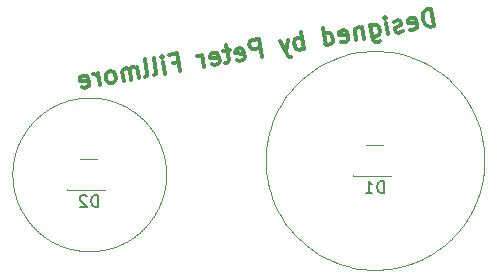
<source format=gbo>
G04 #@! TF.FileFunction,Legend,Bot*
%FSLAX46Y46*%
G04 Gerber Fmt 4.6, Leading zero omitted, Abs format (unit mm)*
G04 Created by KiCad (PCBNEW 4.0.4+e1-6308~48~ubuntu16.04.1-stable) date Tue May  2 22:28:17 2017*
%MOMM*%
%LPD*%
G01*
G04 APERTURE LIST*
%ADD10C,0.100000*%
%ADD11C,0.300000*%
%ADD12C,0.150000*%
%ADD13C,0.010000*%
%ADD14R,1.200000X2.600000*%
%ADD15C,2.300000*%
%ADD16C,3.400000*%
G04 APERTURE END LIST*
D10*
D11*
X153830635Y-78938733D02*
X153570162Y-77461521D01*
X153218445Y-77523538D01*
X153019819Y-77631092D01*
X152903938Y-77796586D01*
X152858402Y-77949676D01*
X152837672Y-78243454D01*
X152874883Y-78454483D01*
X152994840Y-78723454D01*
X153089990Y-78851738D01*
X153255485Y-78967617D01*
X153478917Y-79000750D01*
X153830635Y-78938733D01*
X151778273Y-79228089D02*
X151931363Y-79273625D01*
X152212736Y-79224012D01*
X152341020Y-79128862D01*
X152386557Y-78975772D01*
X152287329Y-78413024D01*
X152192178Y-78284741D01*
X152039088Y-78239204D01*
X151757715Y-78288818D01*
X151629432Y-78383968D01*
X151583895Y-78537059D01*
X151608701Y-78677745D01*
X152336943Y-78694398D01*
X151145182Y-79339720D02*
X151016899Y-79434870D01*
X150735525Y-79484484D01*
X150582435Y-79438948D01*
X150487285Y-79310665D01*
X150474881Y-79240321D01*
X150520417Y-79087231D01*
X150648701Y-78992080D01*
X150859731Y-78954870D01*
X150988014Y-78859720D01*
X151033551Y-78706630D01*
X151021148Y-78636286D01*
X150925997Y-78508003D01*
X150772907Y-78462466D01*
X150561876Y-78499676D01*
X150433593Y-78594827D01*
X149891404Y-79633325D02*
X149717755Y-78648518D01*
X149630931Y-78156114D02*
X149713679Y-78214054D01*
X149655738Y-78296801D01*
X149572992Y-78238861D01*
X149630931Y-78156114D01*
X149655738Y-78296801D01*
X148381230Y-78884183D02*
X148592089Y-80080021D01*
X148687240Y-80208304D01*
X148769986Y-80266245D01*
X148923076Y-80311781D01*
X149134107Y-80274571D01*
X149262390Y-80179421D01*
X148542475Y-79798648D02*
X148695565Y-79844184D01*
X148976939Y-79794570D01*
X149105223Y-79699420D01*
X149163162Y-79616673D01*
X149208699Y-79463583D01*
X149134279Y-79041523D01*
X149039128Y-78913240D01*
X148956382Y-78855299D01*
X148803291Y-78809762D01*
X148521917Y-78859376D01*
X148393634Y-78954527D01*
X147677796Y-79008217D02*
X147851444Y-79993025D01*
X147702603Y-79148905D02*
X147619857Y-79090965D01*
X147466766Y-79045428D01*
X147255736Y-79082638D01*
X147127453Y-79177789D01*
X147081916Y-79330879D01*
X147218354Y-80104656D01*
X145939769Y-80257575D02*
X146092859Y-80303111D01*
X146374233Y-80253497D01*
X146502516Y-80158348D01*
X146548053Y-80005258D01*
X146448825Y-79442510D01*
X146353675Y-79314227D01*
X146200584Y-79268690D01*
X145919211Y-79318303D01*
X145790928Y-79413454D01*
X145745391Y-79566544D01*
X145770198Y-79707231D01*
X146498439Y-79723883D01*
X144615648Y-80563583D02*
X144355175Y-79086372D01*
X144603244Y-80493241D02*
X144756334Y-80538777D01*
X145037708Y-80489163D01*
X145165992Y-80394013D01*
X145223931Y-80311266D01*
X145269468Y-80158176D01*
X145195048Y-79736116D01*
X145099897Y-79607832D01*
X145017151Y-79549892D01*
X144864060Y-79504355D01*
X144582686Y-79553969D01*
X144454403Y-79649120D01*
X142786719Y-80886073D02*
X142526247Y-79408861D01*
X142625474Y-79971609D02*
X142472384Y-79926072D01*
X142191011Y-79975686D01*
X142062727Y-80070836D01*
X142004787Y-80153584D01*
X141959250Y-80306674D01*
X142033671Y-80728734D01*
X142128821Y-80857017D01*
X142211569Y-80914958D01*
X142364659Y-80960494D01*
X142646032Y-80910880D01*
X142774315Y-80815730D01*
X141417232Y-80112124D02*
X141239163Y-81158949D01*
X140713799Y-80236158D02*
X141239163Y-81158949D01*
X141441868Y-81485859D01*
X141524615Y-81543799D01*
X141677705Y-81589335D01*
X139199205Y-81518648D02*
X138938733Y-80041437D01*
X138375986Y-80140664D01*
X138247702Y-80235815D01*
X138189763Y-80318562D01*
X138144226Y-80471652D01*
X138181436Y-80682682D01*
X138276587Y-80810966D01*
X138359333Y-80868906D01*
X138512424Y-80914442D01*
X139075171Y-80815215D01*
X137146843Y-81808005D02*
X137299933Y-81853541D01*
X137581307Y-81803928D01*
X137709590Y-81708778D01*
X137755127Y-81555688D01*
X137655899Y-80992940D01*
X137560749Y-80864657D01*
X137407659Y-80819120D01*
X137126285Y-80868734D01*
X136998002Y-80963884D01*
X136952465Y-81116974D01*
X136977272Y-81257661D01*
X137705513Y-81274313D01*
X136493195Y-80980364D02*
X135930447Y-81079592D01*
X136195340Y-80525171D02*
X136418602Y-81791353D01*
X136373066Y-81944443D01*
X136244782Y-82039593D01*
X136104095Y-82064400D01*
X135036541Y-82180109D02*
X135189631Y-82225644D01*
X135471004Y-82176031D01*
X135599288Y-82080881D01*
X135644825Y-81927791D01*
X135545597Y-81365043D01*
X135450447Y-81236760D01*
X135297356Y-81191223D01*
X135015983Y-81240837D01*
X134887700Y-81335987D01*
X134842163Y-81489078D01*
X134866970Y-81629764D01*
X135595211Y-81646417D01*
X134345510Y-82374486D02*
X134171862Y-81389678D01*
X134221476Y-81671052D02*
X134126326Y-81542769D01*
X134043579Y-81484829D01*
X133890489Y-81439292D01*
X133749802Y-81464099D01*
X131676710Y-82047232D02*
X132169114Y-81960408D01*
X132305552Y-82734186D02*
X132045079Y-81256974D01*
X131341645Y-81381008D01*
X131039371Y-82957447D02*
X130865722Y-81972640D01*
X130778898Y-81480236D02*
X130861646Y-81538176D01*
X130803705Y-81620923D01*
X130720959Y-81562983D01*
X130778898Y-81480236D01*
X130803705Y-81620923D01*
X130124906Y-83118692D02*
X130253190Y-83023542D01*
X130298726Y-82870452D01*
X130075464Y-81604270D01*
X129351128Y-83255130D02*
X129479413Y-83159980D01*
X129524949Y-83006890D01*
X129301687Y-81740708D01*
X128788382Y-83354357D02*
X128614734Y-82369550D01*
X128639541Y-82510237D02*
X128556794Y-82452297D01*
X128403703Y-82406760D01*
X128192674Y-82443970D01*
X128064390Y-82539121D01*
X128018853Y-82692211D01*
X128155291Y-83465988D01*
X128018853Y-82692211D02*
X127923703Y-82563928D01*
X127770612Y-82518391D01*
X127559583Y-82555601D01*
X127431299Y-82650752D01*
X127385763Y-82803842D01*
X127522201Y-83577619D01*
X126607736Y-83738864D02*
X126736020Y-83643714D01*
X126793959Y-83560967D01*
X126839496Y-83407877D01*
X126765076Y-82985817D01*
X126669925Y-82857534D01*
X126587179Y-82799593D01*
X126434088Y-82754056D01*
X126223058Y-82791267D01*
X126094775Y-82886417D01*
X126036835Y-82969165D01*
X125991298Y-83122255D01*
X126065718Y-83544315D01*
X126160869Y-83672598D01*
X126243616Y-83730538D01*
X126396706Y-83776074D01*
X126607736Y-83738864D01*
X125482241Y-83937319D02*
X125308593Y-82952511D01*
X125358207Y-83233886D02*
X125263057Y-83105602D01*
X125180310Y-83047662D01*
X125027220Y-83002125D01*
X124886533Y-83026932D01*
X123992627Y-84127448D02*
X124145717Y-84172984D01*
X124427091Y-84123371D01*
X124555374Y-84028221D01*
X124600911Y-83875131D01*
X124501683Y-83312383D01*
X124406533Y-83184100D01*
X124253442Y-83138563D01*
X123972069Y-83188177D01*
X123843786Y-83283327D01*
X123798249Y-83436418D01*
X123823056Y-83577104D01*
X124551297Y-83593757D01*
D10*
X139546492Y-90309950D02*
X139546492Y-90309950D01*
X139546362Y-90310032D02*
X139546492Y-90309950D01*
X139558244Y-90786708D02*
X139546362Y-90310032D01*
X139593857Y-91257133D02*
X139558244Y-90786708D01*
X139652616Y-91720720D02*
X139593857Y-91257133D01*
X139733933Y-92176892D02*
X139652616Y-91720720D01*
X139837232Y-92625064D02*
X139733933Y-92176892D01*
X139961926Y-93064656D02*
X139837232Y-92625064D01*
X140107434Y-93495082D02*
X139961926Y-93064656D01*
X140273175Y-93915762D02*
X140107434Y-93495082D01*
X140458566Y-94326110D02*
X140273175Y-93915762D01*
X140663028Y-94725551D02*
X140458566Y-94326110D01*
X140885972Y-95113496D02*
X140663028Y-94725551D01*
X141126821Y-95489365D02*
X140885972Y-95113496D01*
X141384992Y-95852577D02*
X141126821Y-95489365D01*
X141659902Y-96202550D02*
X141384992Y-95852577D01*
X141950969Y-96538696D02*
X141659902Y-96202550D01*
X142257612Y-96860441D02*
X141950969Y-96538696D01*
X142579249Y-97167194D02*
X142257612Y-96860441D01*
X142915294Y-97458379D02*
X142579249Y-97167194D01*
X143265170Y-97733410D02*
X142915294Y-97458379D01*
X143628292Y-97991709D02*
X143265170Y-97733410D01*
X144004076Y-98232687D02*
X143628292Y-97991709D01*
X144391946Y-98455769D02*
X144004076Y-98232687D01*
X144791313Y-98660366D02*
X144391946Y-98455769D01*
X145201599Y-98845902D02*
X144791313Y-98660366D01*
X145622223Y-99011790D02*
X145201599Y-98845902D01*
X146052598Y-99157447D02*
X145622223Y-99011790D01*
X146492145Y-99282297D02*
X146052598Y-99157447D01*
X146940280Y-99385751D02*
X146492145Y-99282297D01*
X147396424Y-99467228D02*
X146940280Y-99385751D01*
X147859991Y-99526148D02*
X147396424Y-99467228D01*
X148330402Y-99561925D02*
X147859991Y-99526148D01*
X148807075Y-99573976D02*
X148330402Y-99561925D01*
X148926797Y-99573130D02*
X148807075Y-99573976D01*
X149046157Y-99570872D02*
X148926797Y-99573130D01*
X149165142Y-99567090D02*
X149046157Y-99570872D01*
X149283746Y-99561841D02*
X149165142Y-99567090D01*
X149401957Y-99555096D02*
X149283746Y-99561841D01*
X149519771Y-99546883D02*
X149401957Y-99555096D01*
X149637173Y-99537203D02*
X149519771Y-99546883D01*
X149754156Y-99526055D02*
X149637173Y-99537203D01*
X149870711Y-99513468D02*
X149754156Y-99526055D01*
X149986832Y-99499441D02*
X149870711Y-99513468D01*
X150102506Y-99484004D02*
X149986832Y-99499441D01*
X150217723Y-99467127D02*
X150102506Y-99484004D01*
X150332478Y-99448839D02*
X150217723Y-99467127D01*
X150446761Y-99429168D02*
X150332478Y-99448839D01*
X150560558Y-99408086D02*
X150446761Y-99429168D01*
X150673868Y-99385649D02*
X150560558Y-99408086D01*
X150786675Y-99361830D02*
X150673868Y-99385649D01*
X150898974Y-99336656D02*
X150786675Y-99361830D01*
X151010751Y-99310098D02*
X150898974Y-99336656D01*
X151122003Y-99282215D02*
X151010751Y-99310098D01*
X151232719Y-99252985D02*
X151122003Y-99282215D01*
X151342887Y-99222429D02*
X151232719Y-99252985D01*
X151452502Y-99190552D02*
X151342887Y-99222429D01*
X151561550Y-99157365D02*
X151452502Y-99190552D01*
X151670028Y-99122881D02*
X151561550Y-99157365D01*
X151777921Y-99087103D02*
X151670028Y-99122881D01*
X151885225Y-99050042D02*
X151777921Y-99087103D01*
X151991925Y-99011708D02*
X151885225Y-99050042D01*
X152098018Y-98972109D02*
X151991925Y-99011708D01*
X152203493Y-98931257D02*
X152098018Y-98972109D01*
X152308338Y-98889155D02*
X152203493Y-98931257D01*
X152412549Y-98845820D02*
X152308338Y-98889155D01*
X152516110Y-98801255D02*
X152412549Y-98845820D01*
X152619020Y-98755472D02*
X152516110Y-98801255D01*
X152721263Y-98708480D02*
X152619020Y-98755472D01*
X152822835Y-98660285D02*
X152721263Y-98708480D01*
X152923724Y-98610901D02*
X152822835Y-98660285D01*
X153023918Y-98560333D02*
X152923724Y-98610901D01*
X153123416Y-98508593D02*
X153023918Y-98560333D01*
X153222202Y-98455688D02*
X153123416Y-98508593D01*
X153320271Y-98401628D02*
X153222202Y-98455688D01*
X153417610Y-98346420D02*
X153320271Y-98401628D01*
X153514214Y-98290077D02*
X153417610Y-98346420D01*
X153610071Y-98232605D02*
X153514214Y-98290077D01*
X153705172Y-98174016D02*
X153610071Y-98232605D01*
X153799510Y-98114317D02*
X153705172Y-98174016D01*
X153893075Y-98053518D02*
X153799510Y-98114317D01*
X153985856Y-97991627D02*
X153893075Y-98053518D01*
X154077846Y-97928652D02*
X153985856Y-97991627D01*
X154169038Y-97864607D02*
X154077846Y-97928652D01*
X154259417Y-97799495D02*
X154169038Y-97864607D01*
X154348977Y-97733328D02*
X154259417Y-97799495D01*
X154437710Y-97666117D02*
X154348977Y-97733328D01*
X154525609Y-97597867D02*
X154437710Y-97666117D01*
X154612657Y-97528593D02*
X154525609Y-97597867D01*
X154698853Y-97458297D02*
X154612657Y-97528593D01*
X154784183Y-97386991D02*
X154698853Y-97458297D01*
X154868641Y-97314689D02*
X154784183Y-97386991D01*
X154952216Y-97241390D02*
X154868641Y-97314689D01*
X155034898Y-97167112D02*
X154952216Y-97241390D01*
X155116683Y-97091860D02*
X155034898Y-97167112D01*
X155197554Y-97015646D02*
X155116683Y-97091860D01*
X155277508Y-96938475D02*
X155197554Y-97015646D01*
X155356536Y-96860359D02*
X155277508Y-96938475D01*
X155434624Y-96781305D02*
X155356536Y-96860359D01*
X155511766Y-96701324D02*
X155434624Y-96781305D01*
X155587955Y-96620425D02*
X155511766Y-96701324D01*
X155663179Y-96538614D02*
X155587955Y-96620425D01*
X155737428Y-96455906D02*
X155663179Y-96538614D01*
X155810693Y-96372306D02*
X155737428Y-96455906D01*
X155882970Y-96287823D02*
X155810693Y-96372306D01*
X155954246Y-96202468D02*
X155882970Y-96287823D01*
X156024511Y-96116249D02*
X155954246Y-96202468D01*
X156093757Y-96029175D02*
X156024511Y-96116249D01*
X156161975Y-95941254D02*
X156093757Y-96029175D01*
X156229155Y-95852495D02*
X156161975Y-95941254D01*
X156295291Y-95762912D02*
X156229155Y-95852495D01*
X156360369Y-95672511D02*
X156295291Y-95762912D01*
X156424386Y-95581297D02*
X156360369Y-95672511D01*
X156487327Y-95489284D02*
X156424386Y-95581297D01*
X156549184Y-95396481D02*
X156487327Y-95489284D01*
X156609952Y-95302896D02*
X156549184Y-95396481D01*
X156669620Y-95208537D02*
X156609952Y-95302896D01*
X156728175Y-95113414D02*
X156669620Y-95208537D01*
X156785613Y-95017538D02*
X156728175Y-95113414D01*
X156841922Y-94920916D02*
X156785613Y-95017538D01*
X156897094Y-94823555D02*
X156841922Y-94920916D01*
X156951119Y-94725469D02*
X156897094Y-94823555D01*
X157003991Y-94626663D02*
X156951119Y-94725469D01*
X157055697Y-94527149D02*
X157003991Y-94626663D01*
X157106232Y-94426934D02*
X157055697Y-94527149D01*
X157155581Y-94326029D02*
X157106232Y-94426934D01*
X157203739Y-94224443D02*
X157155581Y-94326029D01*
X157250696Y-94122182D02*
X157203739Y-94224443D01*
X157296444Y-94019259D02*
X157250696Y-94122182D01*
X157340973Y-93915680D02*
X157296444Y-94019259D01*
X157384271Y-93811456D02*
X157340973Y-93915680D01*
X157426334Y-93706593D02*
X157384271Y-93811456D01*
X157467151Y-93601107D02*
X157426334Y-93706593D01*
X157506713Y-93495000D02*
X157467151Y-93601107D01*
X157545008Y-93388283D02*
X157506713Y-93495000D01*
X157582033Y-93280968D02*
X157545008Y-93388283D01*
X157617773Y-93173060D02*
X157582033Y-93280968D01*
X157652222Y-93064574D02*
X157617773Y-93173060D01*
X157685369Y-92955512D02*
X157652222Y-93064574D01*
X157717206Y-92845886D02*
X157685369Y-92955512D01*
X157747726Y-92735706D02*
X157717206Y-92845886D01*
X157776916Y-92624982D02*
X157747726Y-92735706D01*
X157804771Y-92513722D02*
X157776916Y-92624982D01*
X157831272Y-92401933D02*
X157804771Y-92513722D01*
X157856418Y-92289626D02*
X157831272Y-92401933D01*
X157880209Y-92176810D02*
X157856418Y-92289626D01*
X157902618Y-92063495D02*
X157880209Y-92176810D01*
X157923643Y-91949689D02*
X157902618Y-92063495D01*
X157943286Y-91835401D02*
X157923643Y-91949689D01*
X157961517Y-91720638D02*
X157943286Y-91835401D01*
X157978338Y-91605415D02*
X157961517Y-91720638D01*
X157993747Y-91489735D02*
X157978338Y-91605415D01*
X158007717Y-91373612D02*
X157993747Y-91489735D01*
X158020248Y-91257051D02*
X158007717Y-91373612D01*
X158031339Y-91140061D02*
X158020248Y-91257051D01*
X158040991Y-91022657D02*
X158031339Y-91140061D01*
X158049176Y-90904840D02*
X158040991Y-91022657D01*
X158055864Y-90786626D02*
X158049176Y-90904840D01*
X158061085Y-90668019D02*
X158055864Y-90786626D01*
X158064811Y-90549034D02*
X158061085Y-90668019D01*
X158067068Y-90429674D02*
X158064811Y-90549034D01*
X158067915Y-90309950D02*
X158067068Y-90429674D01*
X158056034Y-89833274D02*
X158067915Y-90309950D01*
X158020420Y-89362849D02*
X158056034Y-89833274D01*
X157961661Y-88899262D02*
X158020420Y-89362849D01*
X157880345Y-88443089D02*
X157961661Y-88899262D01*
X157777046Y-87994918D02*
X157880345Y-88443089D01*
X157652351Y-87555326D02*
X157777046Y-87994918D01*
X157506843Y-87124900D02*
X157652351Y-87555326D01*
X157341103Y-86704220D02*
X157506843Y-87124900D01*
X157155711Y-86293871D02*
X157341103Y-86704220D01*
X156951249Y-85894431D02*
X157155711Y-86293871D01*
X156728305Y-85506485D02*
X156951249Y-85894431D01*
X156487457Y-85130616D02*
X156728305Y-85506485D01*
X156229285Y-84767405D02*
X156487457Y-85130616D01*
X155954375Y-84417432D02*
X156229285Y-84767405D01*
X155663308Y-84081286D02*
X155954375Y-84417432D01*
X155356665Y-83759541D02*
X155663308Y-84081286D01*
X155035028Y-83452788D02*
X155356665Y-83759541D01*
X154698983Y-83161602D02*
X155035028Y-83452788D01*
X154349107Y-82886571D02*
X154698983Y-83161602D01*
X153985986Y-82628273D02*
X154349107Y-82886571D01*
X153610201Y-82387295D02*
X153985986Y-82628273D01*
X153222332Y-82164212D02*
X153610201Y-82387295D01*
X152822965Y-81959615D02*
X153222332Y-82164212D01*
X152412678Y-81774080D02*
X152822965Y-81959615D01*
X151992054Y-81608192D02*
X152412678Y-81774080D01*
X151561680Y-81462534D02*
X151992054Y-81608192D01*
X151122133Y-81337685D02*
X151561680Y-81462534D01*
X150673998Y-81234231D02*
X151122133Y-81337685D01*
X150217853Y-81152753D02*
X150673998Y-81234231D01*
X149754286Y-81093834D02*
X150217853Y-81152753D01*
X149283875Y-81058056D02*
X149754286Y-81093834D01*
X148807205Y-81046005D02*
X149283875Y-81058056D01*
X148330532Y-81058056D02*
X148807205Y-81046005D01*
X147860121Y-81093834D02*
X148330532Y-81058056D01*
X147396554Y-81152753D02*
X147860121Y-81093834D01*
X146940409Y-81234231D02*
X147396554Y-81152753D01*
X146492274Y-81337685D02*
X146940409Y-81234231D01*
X146052727Y-81462534D02*
X146492274Y-81337685D01*
X145622353Y-81608192D02*
X146052727Y-81462534D01*
X145201729Y-81774080D02*
X145622353Y-81608192D01*
X144791442Y-81959615D02*
X145201729Y-81774080D01*
X144392075Y-82164212D02*
X144791442Y-81959615D01*
X144004206Y-82387295D02*
X144392075Y-82164212D01*
X143628422Y-82628273D02*
X144004206Y-82387295D01*
X143265300Y-82886571D02*
X143628422Y-82628273D01*
X142915424Y-83161602D02*
X143265300Y-82886571D01*
X142579379Y-83452788D02*
X142915424Y-83161602D01*
X142257742Y-83759541D02*
X142579379Y-83452788D01*
X141951099Y-84081286D02*
X142257742Y-83759541D01*
X141660032Y-84417432D02*
X141951099Y-84081286D01*
X141385122Y-84767405D02*
X141660032Y-84417432D01*
X141126950Y-85130616D02*
X141385122Y-84767405D01*
X140886102Y-85506485D02*
X141126950Y-85130616D01*
X140663158Y-85894431D02*
X140886102Y-85506485D01*
X140458696Y-86293871D02*
X140663158Y-85894431D01*
X140273304Y-86704220D02*
X140458696Y-86293871D01*
X140107564Y-87124900D02*
X140273304Y-86704220D01*
X139962056Y-87555326D02*
X140107564Y-87124900D01*
X139837361Y-87994918D02*
X139962056Y-87555326D01*
X139734062Y-88443089D02*
X139837361Y-87994918D01*
X139652746Y-88899262D02*
X139734062Y-88443089D01*
X139593987Y-89362849D02*
X139652746Y-88899262D01*
X139558373Y-89833274D02*
X139593987Y-89362849D01*
X139546492Y-90309950D02*
X139558373Y-89833274D01*
X118101300Y-91494888D02*
X118101300Y-91494888D01*
X118101865Y-91578990D02*
X118101300Y-91494888D01*
X118103558Y-91662839D02*
X118101865Y-91578990D01*
X118106098Y-91746421D02*
X118103558Y-91662839D01*
X118109795Y-91829739D02*
X118106098Y-91746421D01*
X118114536Y-91912780D02*
X118109795Y-91829739D01*
X118120294Y-91995542D02*
X118114536Y-91912780D01*
X118127095Y-92078013D02*
X118120294Y-91995542D01*
X118134913Y-92160193D02*
X118127095Y-92078013D01*
X118143746Y-92242071D02*
X118134913Y-92160193D01*
X118153596Y-92323645D02*
X118143746Y-92242071D01*
X118164433Y-92404902D02*
X118153596Y-92323645D01*
X118176287Y-92485844D02*
X118164433Y-92404902D01*
X118189128Y-92566458D02*
X118176287Y-92485844D01*
X118202957Y-92646739D02*
X118189128Y-92566458D01*
X118217745Y-92726681D02*
X118202957Y-92646739D01*
X118233521Y-92806279D02*
X118217745Y-92726681D01*
X118250257Y-92885527D02*
X118233521Y-92806279D01*
X118267952Y-92964414D02*
X118250257Y-92885527D01*
X118286607Y-93042939D02*
X118267952Y-92964414D01*
X118306193Y-93121092D02*
X118286607Y-93042939D01*
X118326711Y-93198870D02*
X118306193Y-93121092D01*
X118348188Y-93276263D02*
X118326711Y-93198870D01*
X118370568Y-93353268D02*
X118348188Y-93276263D01*
X118393880Y-93429877D02*
X118370568Y-93353268D01*
X118418095Y-93506083D02*
X118393880Y-93429877D01*
X118443212Y-93581879D02*
X118418095Y-93506083D01*
X118469233Y-93657261D02*
X118443212Y-93581879D01*
X118496157Y-93732219D02*
X118469233Y-93657261D01*
X118523956Y-93806751D02*
X118496157Y-93732219D01*
X118552650Y-93880848D02*
X118523956Y-93806751D01*
X118582215Y-93954503D02*
X118552650Y-93880848D01*
X118612653Y-94027714D02*
X118582215Y-93954503D01*
X118643954Y-94100468D02*
X118612653Y-94027714D01*
X118676108Y-94172765D02*
X118643954Y-94100468D01*
X118709114Y-94244593D02*
X118676108Y-94172765D01*
X118742963Y-94315950D02*
X118709114Y-94244593D01*
X118777649Y-94386825D02*
X118742963Y-94315950D01*
X118813163Y-94457217D02*
X118777649Y-94386825D01*
X118849505Y-94527118D02*
X118813163Y-94457217D01*
X118886663Y-94596519D02*
X118849505Y-94527118D01*
X118924630Y-94665415D02*
X118886663Y-94596519D01*
X118963404Y-94733800D02*
X118924630Y-94665415D01*
X119002978Y-94801669D02*
X118963404Y-94733800D01*
X119043344Y-94869013D02*
X119002978Y-94801669D01*
X119084495Y-94935826D02*
X119043344Y-94869013D01*
X119126424Y-95002103D02*
X119084495Y-94935826D01*
X119169127Y-95067838D02*
X119126424Y-95002103D01*
X119212595Y-95133023D02*
X119169127Y-95067838D01*
X119256825Y-95197652D02*
X119212595Y-95133023D01*
X119301811Y-95261719D02*
X119256825Y-95197652D01*
X119347543Y-95325217D02*
X119301811Y-95261719D01*
X119394013Y-95388138D02*
X119347543Y-95325217D01*
X119441221Y-95450481D02*
X119394013Y-95388138D01*
X119489156Y-95512234D02*
X119441221Y-95450481D01*
X119537814Y-95573394D02*
X119489156Y-95512234D01*
X119587186Y-95633954D02*
X119537814Y-95573394D01*
X119637269Y-95693906D02*
X119587186Y-95633954D01*
X119688052Y-95753246D02*
X119637269Y-95693906D01*
X119739535Y-95811965D02*
X119688052Y-95753246D01*
X119791704Y-95870058D02*
X119739535Y-95811965D01*
X119844559Y-95927518D02*
X119791704Y-95870058D01*
X119898091Y-95984341D02*
X119844559Y-95927518D01*
X119952294Y-96040517D02*
X119898091Y-95984341D01*
X120007161Y-96096042D02*
X119952294Y-96040517D01*
X120062685Y-96150908D02*
X120007161Y-96096042D01*
X120118862Y-96205112D02*
X120062685Y-96150908D01*
X120175684Y-96258644D02*
X120118862Y-96205112D01*
X120233145Y-96311499D02*
X120175684Y-96258644D01*
X120291240Y-96363670D02*
X120233145Y-96311499D01*
X120349959Y-96415150D02*
X120291240Y-96363670D01*
X120409297Y-96465936D02*
X120349959Y-96415150D01*
X120469249Y-96516017D02*
X120409297Y-96465936D01*
X120529808Y-96565389D02*
X120469249Y-96516017D01*
X120590969Y-96614046D02*
X120529808Y-96565389D01*
X120652722Y-96661982D02*
X120590969Y-96614046D01*
X120715065Y-96709189D02*
X120652722Y-96661982D01*
X120777989Y-96755663D02*
X120715065Y-96709189D01*
X120841486Y-96801394D02*
X120777989Y-96755663D01*
X120905553Y-96846377D02*
X120841486Y-96801394D01*
X120970182Y-96890607D02*
X120905553Y-96846377D01*
X121035367Y-96934075D02*
X120970182Y-96890607D01*
X121101099Y-96976778D02*
X121035367Y-96934075D01*
X121167376Y-97018708D02*
X121101099Y-96976778D01*
X121234193Y-97059859D02*
X121167376Y-97018708D01*
X121301536Y-97100225D02*
X121234193Y-97059859D01*
X121369402Y-97139798D02*
X121301536Y-97100225D01*
X121437791Y-97178573D02*
X121369402Y-97139798D01*
X121506687Y-97216540D02*
X121437791Y-97178573D01*
X121576088Y-97253697D02*
X121506687Y-97216540D01*
X121645986Y-97290039D02*
X121576088Y-97253697D01*
X121716378Y-97325554D02*
X121645986Y-97290039D01*
X121787255Y-97360239D02*
X121716378Y-97325554D01*
X121858612Y-97394089D02*
X121787255Y-97360239D01*
X121930440Y-97427092D02*
X121858612Y-97394089D01*
X122002737Y-97459248D02*
X121930440Y-97427092D01*
X122075491Y-97490550D02*
X122002737Y-97459248D01*
X122148700Y-97520984D02*
X122075491Y-97490550D01*
X122222357Y-97550553D02*
X122148700Y-97520984D01*
X122296454Y-97579246D02*
X122222357Y-97550553D01*
X122370987Y-97607045D02*
X122296454Y-97579246D01*
X122445945Y-97633969D02*
X122370987Y-97607045D01*
X122521326Y-97659990D02*
X122445945Y-97633969D01*
X122597123Y-97685108D02*
X122521326Y-97659990D01*
X122673328Y-97709323D02*
X122597123Y-97685108D01*
X122749938Y-97732634D02*
X122673328Y-97709323D01*
X122826939Y-97755014D02*
X122749938Y-97732634D01*
X122904333Y-97776463D02*
X122826939Y-97755014D01*
X122982111Y-97796981D02*
X122904333Y-97776463D01*
X123060266Y-97816567D02*
X122982111Y-97796981D01*
X123138789Y-97835222D02*
X123060266Y-97816567D01*
X123217679Y-97852917D02*
X123138789Y-97835222D01*
X123296927Y-97869653D02*
X123217679Y-97852917D01*
X123376525Y-97885429D02*
X123296927Y-97869653D01*
X123456467Y-97900218D02*
X123376525Y-97885429D01*
X123536748Y-97914047D02*
X123456467Y-97900218D01*
X123617362Y-97926888D02*
X123536748Y-97914047D01*
X123698300Y-97938741D02*
X123617362Y-97926888D01*
X123779560Y-97949578D02*
X123698300Y-97938741D01*
X123861131Y-97959428D02*
X123779560Y-97949578D01*
X123943012Y-97968262D02*
X123861131Y-97959428D01*
X124025190Y-97976079D02*
X123943012Y-97968262D01*
X124107664Y-97982881D02*
X124025190Y-97976079D01*
X124190425Y-97988638D02*
X124107664Y-97982881D01*
X124273466Y-97993379D02*
X124190425Y-97988638D01*
X124356781Y-97997076D02*
X124273466Y-97993379D01*
X124440367Y-97999616D02*
X124356781Y-97997076D01*
X124524212Y-98001310D02*
X124440367Y-97999616D01*
X124608317Y-98001874D02*
X124524212Y-98001310D01*
X124692420Y-98001310D02*
X124608317Y-98001874D01*
X124776265Y-97999616D02*
X124692420Y-98001310D01*
X124859851Y-97997076D02*
X124776265Y-97999616D01*
X124943166Y-97993379D02*
X124859851Y-97997076D01*
X125026207Y-97988638D02*
X124943166Y-97993379D01*
X125108968Y-97982881D02*
X125026207Y-97988638D01*
X125191442Y-97976079D02*
X125108968Y-97982881D01*
X125273620Y-97968262D02*
X125191442Y-97976079D01*
X125355501Y-97959428D02*
X125273620Y-97968262D01*
X125437071Y-97949578D02*
X125355501Y-97959428D01*
X125518332Y-97938741D02*
X125437071Y-97949578D01*
X125599270Y-97926888D02*
X125518332Y-97938741D01*
X125679884Y-97914047D02*
X125599270Y-97926888D01*
X125760165Y-97900218D02*
X125679884Y-97914047D01*
X125840107Y-97885429D02*
X125760165Y-97900218D01*
X125919705Y-97869653D02*
X125840107Y-97885429D01*
X125998953Y-97852917D02*
X125919705Y-97869653D01*
X126077843Y-97835222D02*
X125998953Y-97852917D01*
X126156365Y-97816567D02*
X126077843Y-97835222D01*
X126234521Y-97796981D02*
X126156365Y-97816567D01*
X126312299Y-97776463D02*
X126234521Y-97796981D01*
X126389693Y-97755014D02*
X126312299Y-97776463D01*
X126466694Y-97732634D02*
X126389693Y-97755014D01*
X126543303Y-97709323D02*
X126466694Y-97732634D01*
X126619509Y-97685108D02*
X126543303Y-97709323D01*
X126695305Y-97659990D02*
X126619509Y-97685108D01*
X126770687Y-97633969D02*
X126695305Y-97659990D01*
X126845645Y-97607045D02*
X126770687Y-97633969D01*
X126920177Y-97579246D02*
X126845645Y-97607045D01*
X126994275Y-97550553D02*
X126920177Y-97579246D01*
X127067932Y-97520984D02*
X126994275Y-97550553D01*
X127141140Y-97490550D02*
X127067932Y-97520984D01*
X127213894Y-97459248D02*
X127141140Y-97490550D01*
X127286191Y-97427092D02*
X127213894Y-97459248D01*
X127358020Y-97394089D02*
X127286191Y-97427092D01*
X127429377Y-97360239D02*
X127358020Y-97394089D01*
X127500254Y-97325554D02*
X127429377Y-97360239D01*
X127570646Y-97290039D02*
X127500254Y-97325554D01*
X127640544Y-97253697D02*
X127570646Y-97290039D01*
X127709945Y-97216540D02*
X127640544Y-97253697D01*
X127778841Y-97178573D02*
X127709945Y-97216540D01*
X127847229Y-97139798D02*
X127778841Y-97178573D01*
X127915095Y-97100225D02*
X127847229Y-97139798D01*
X127982439Y-97059859D02*
X127915095Y-97100225D01*
X128049255Y-97018708D02*
X127982439Y-97059859D01*
X128115532Y-96976778D02*
X128049255Y-97018708D01*
X128181265Y-96934075D02*
X128115532Y-96976778D01*
X128246450Y-96890607D02*
X128181265Y-96934075D01*
X128311079Y-96846377D02*
X128246450Y-96890607D01*
X128375146Y-96801394D02*
X128311079Y-96846377D01*
X128438643Y-96755663D02*
X128375146Y-96801394D01*
X128501567Y-96709189D02*
X128438643Y-96755663D01*
X128563910Y-96661982D02*
X128501567Y-96709189D01*
X128625663Y-96614046D02*
X128563910Y-96661982D01*
X128686824Y-96565389D02*
X128625663Y-96614046D01*
X128747383Y-96516017D02*
X128686824Y-96565389D01*
X128807335Y-96465936D02*
X128747383Y-96516017D01*
X128866672Y-96415150D02*
X128807335Y-96465936D01*
X128925392Y-96363670D02*
X128866672Y-96415150D01*
X128983487Y-96311499D02*
X128925392Y-96363670D01*
X129040948Y-96258644D02*
X128983487Y-96311499D01*
X129097770Y-96205112D02*
X129040948Y-96258644D01*
X129153946Y-96150908D02*
X129097770Y-96205112D01*
X129209471Y-96096042D02*
X129153946Y-96150908D01*
X129264338Y-96040517D02*
X129209471Y-96096042D01*
X129318541Y-95984341D02*
X129264338Y-96040517D01*
X129372073Y-95927518D02*
X129318541Y-95984341D01*
X129424928Y-95870058D02*
X129372073Y-95927518D01*
X129477097Y-95811965D02*
X129424928Y-95870058D01*
X129528580Y-95753246D02*
X129477097Y-95811965D01*
X129579363Y-95693906D02*
X129528580Y-95753246D01*
X129629446Y-95633954D02*
X129579363Y-95693906D01*
X129678818Y-95573394D02*
X129629446Y-95633954D01*
X129727476Y-95512234D02*
X129678818Y-95573394D01*
X129775411Y-95450481D02*
X129727476Y-95512234D01*
X129822618Y-95388138D02*
X129775411Y-95450481D01*
X129869089Y-95325217D02*
X129822618Y-95388138D01*
X129914820Y-95261719D02*
X129869089Y-95325217D01*
X129959807Y-95197652D02*
X129914820Y-95261719D01*
X130004036Y-95133023D02*
X129959807Y-95197652D01*
X130047504Y-95067838D02*
X130004036Y-95133023D01*
X130090207Y-95002103D02*
X130047504Y-95067838D01*
X130132137Y-94935826D02*
X130090207Y-95002103D01*
X130173288Y-94869013D02*
X130132137Y-94935826D01*
X130213654Y-94801669D02*
X130173288Y-94869013D01*
X130253227Y-94733800D02*
X130213654Y-94801669D01*
X130292002Y-94665415D02*
X130253227Y-94733800D01*
X130329969Y-94596519D02*
X130292002Y-94665415D01*
X130367127Y-94527118D02*
X130329969Y-94596519D01*
X130403468Y-94457217D02*
X130367127Y-94527118D01*
X130438983Y-94386825D02*
X130403468Y-94457217D01*
X130473668Y-94315950D02*
X130438983Y-94386825D01*
X130507518Y-94244593D02*
X130473668Y-94315950D01*
X130540524Y-94172765D02*
X130507518Y-94244593D01*
X130572678Y-94100468D02*
X130540524Y-94172765D01*
X130603979Y-94027714D02*
X130572678Y-94100468D01*
X130634417Y-93954503D02*
X130603979Y-94027714D01*
X130663982Y-93880848D02*
X130634417Y-93954503D01*
X130692676Y-93806751D02*
X130663982Y-93880848D01*
X130720475Y-93732219D02*
X130692676Y-93806751D01*
X130747399Y-93657261D02*
X130720475Y-93732219D01*
X130773419Y-93581879D02*
X130747399Y-93657261D01*
X130798537Y-93506083D02*
X130773419Y-93581879D01*
X130822752Y-93429877D02*
X130798537Y-93506083D01*
X130846063Y-93353268D02*
X130822752Y-93429877D01*
X130868444Y-93276263D02*
X130846063Y-93353268D01*
X130889921Y-93198870D02*
X130868444Y-93276263D01*
X130910438Y-93121092D02*
X130889921Y-93198870D01*
X130930025Y-93042939D02*
X130910438Y-93121092D01*
X130948679Y-92964414D02*
X130930025Y-93042939D01*
X130966375Y-92885527D02*
X130948679Y-92964414D01*
X130983111Y-92806279D02*
X130966375Y-92885527D01*
X130998887Y-92726681D02*
X130983111Y-92806279D01*
X131013675Y-92646739D02*
X130998887Y-92726681D01*
X131027504Y-92566458D02*
X131013675Y-92646739D01*
X131040345Y-92485844D02*
X131027504Y-92566458D01*
X131052199Y-92404902D02*
X131040345Y-92485844D01*
X131063064Y-92323645D02*
X131052199Y-92404902D01*
X131072914Y-92242071D02*
X131063064Y-92323645D01*
X131081747Y-92160193D02*
X131072914Y-92242071D01*
X131089565Y-92078013D02*
X131081747Y-92160193D01*
X131096366Y-91995542D02*
X131089565Y-92078013D01*
X131102124Y-91912780D02*
X131096366Y-91995542D01*
X131106865Y-91829739D02*
X131102124Y-91912780D01*
X131110562Y-91746421D02*
X131106865Y-91829739D01*
X131113102Y-91662839D02*
X131110562Y-91746421D01*
X131114795Y-91578990D02*
X131113102Y-91662839D01*
X131115360Y-91494888D02*
X131114795Y-91578990D01*
X131114795Y-91410786D02*
X131115360Y-91494888D01*
X131113102Y-91326938D02*
X131114795Y-91410786D01*
X131110562Y-91243355D02*
X131113102Y-91326938D01*
X131106865Y-91160037D02*
X131110562Y-91243355D01*
X131102124Y-91076996D02*
X131106865Y-91160037D01*
X131096366Y-90994234D02*
X131102124Y-91076996D01*
X131089565Y-90911763D02*
X131096366Y-90994234D01*
X131081747Y-90829583D02*
X131089565Y-90911763D01*
X131072914Y-90747705D02*
X131081747Y-90829583D01*
X131063064Y-90666131D02*
X131072914Y-90747705D01*
X131052199Y-90584874D02*
X131063064Y-90666131D01*
X131040345Y-90503933D02*
X131052199Y-90584874D01*
X131027504Y-90423319D02*
X131040345Y-90503933D01*
X131013675Y-90343038D02*
X131027504Y-90423319D01*
X130998887Y-90263095D02*
X131013675Y-90343038D01*
X130983111Y-90183497D02*
X130998887Y-90263095D01*
X130966375Y-90104249D02*
X130983111Y-90183497D01*
X130948679Y-90025363D02*
X130966375Y-90104249D01*
X130930025Y-89946837D02*
X130948679Y-90025363D01*
X130910438Y-89868684D02*
X130930025Y-89946837D01*
X130889921Y-89790907D02*
X130910438Y-89868684D01*
X130868444Y-89713513D02*
X130889921Y-89790907D01*
X130846063Y-89636508D02*
X130868444Y-89713513D01*
X130822752Y-89559899D02*
X130846063Y-89636508D01*
X130798537Y-89483694D02*
X130822752Y-89559899D01*
X130773419Y-89407897D02*
X130798537Y-89483694D01*
X130747399Y-89332516D02*
X130773419Y-89407897D01*
X130720475Y-89257557D02*
X130747399Y-89332516D01*
X130692676Y-89183025D02*
X130720475Y-89257557D01*
X130663982Y-89108928D02*
X130692676Y-89183025D01*
X130634417Y-89035273D02*
X130663982Y-89108928D01*
X130603979Y-88962062D02*
X130634417Y-89035273D01*
X130572678Y-88889308D02*
X130603979Y-88962062D01*
X130540524Y-88817011D02*
X130572678Y-88889308D01*
X130507518Y-88745183D02*
X130540524Y-88817011D01*
X130473668Y-88673826D02*
X130507518Y-88745183D01*
X130438983Y-88602951D02*
X130473668Y-88673826D01*
X130403468Y-88532559D02*
X130438983Y-88602951D01*
X130367127Y-88462659D02*
X130403468Y-88532559D01*
X130329969Y-88393257D02*
X130367127Y-88462659D01*
X130292002Y-88324361D02*
X130329969Y-88393257D01*
X130253227Y-88255976D02*
X130292002Y-88324361D01*
X130213654Y-88188107D02*
X130253227Y-88255976D01*
X130173288Y-88120763D02*
X130213654Y-88188107D01*
X130132137Y-88053950D02*
X130173288Y-88120763D01*
X130090207Y-87987673D02*
X130132137Y-88053950D01*
X130047504Y-87921938D02*
X130090207Y-87987673D01*
X130004036Y-87856753D02*
X130047504Y-87921938D01*
X129959807Y-87792124D02*
X130004036Y-87856753D01*
X129914820Y-87728057D02*
X129959807Y-87792124D01*
X129869089Y-87664560D02*
X129914820Y-87728057D01*
X129822618Y-87601638D02*
X129869089Y-87664560D01*
X129775411Y-87539295D02*
X129822618Y-87601638D01*
X129727476Y-87477542D02*
X129775411Y-87539295D01*
X129678818Y-87416382D02*
X129727476Y-87477542D01*
X129629446Y-87355823D02*
X129678818Y-87416382D01*
X129579363Y-87295870D02*
X129629446Y-87355823D01*
X129528580Y-87236530D02*
X129579363Y-87295870D01*
X129477097Y-87177811D02*
X129528580Y-87236530D01*
X129424928Y-87119718D02*
X129477097Y-87177811D01*
X129372073Y-87062258D02*
X129424928Y-87119718D01*
X129318541Y-87005435D02*
X129372073Y-87062258D01*
X129264338Y-86949259D02*
X129318541Y-87005435D01*
X129209471Y-86893735D02*
X129264338Y-86949259D01*
X129153946Y-86838868D02*
X129209471Y-86893735D01*
X129097770Y-86784664D02*
X129153946Y-86838868D01*
X129040948Y-86731132D02*
X129097770Y-86784664D01*
X128983487Y-86678278D02*
X129040948Y-86731132D01*
X128925392Y-86626106D02*
X128983487Y-86678278D01*
X128866672Y-86574626D02*
X128925392Y-86626106D01*
X128807335Y-86523840D02*
X128866672Y-86574626D01*
X128747383Y-86473760D02*
X128807335Y-86523840D01*
X128686824Y-86424388D02*
X128747383Y-86473760D01*
X128625663Y-86375730D02*
X128686824Y-86424388D01*
X128563910Y-86327794D02*
X128625663Y-86375730D01*
X128501567Y-86280587D02*
X128563910Y-86327794D01*
X128438643Y-86234113D02*
X128501567Y-86280587D01*
X128375146Y-86188382D02*
X128438643Y-86234113D01*
X128311079Y-86143399D02*
X128375146Y-86188382D01*
X128246450Y-86099169D02*
X128311079Y-86143399D01*
X128181265Y-86055701D02*
X128246450Y-86099169D01*
X128115532Y-86012998D02*
X128181265Y-86055701D01*
X128049255Y-85971068D02*
X128115532Y-86012998D01*
X127982439Y-85929917D02*
X128049255Y-85971068D01*
X127915095Y-85889551D02*
X127982439Y-85929917D01*
X127847229Y-85849978D02*
X127915095Y-85889551D01*
X127778841Y-85811203D02*
X127847229Y-85849978D01*
X127709945Y-85773236D02*
X127778841Y-85811203D01*
X127640544Y-85736079D02*
X127709945Y-85773236D01*
X127570646Y-85699737D02*
X127640544Y-85736079D01*
X127500254Y-85664222D02*
X127570646Y-85699737D01*
X127429377Y-85629537D02*
X127500254Y-85664222D01*
X127358020Y-85595687D02*
X127429377Y-85629537D01*
X127286191Y-85562684D02*
X127358020Y-85595687D01*
X127213894Y-85530528D02*
X127286191Y-85562684D01*
X127141140Y-85499227D02*
X127213894Y-85530528D01*
X127067932Y-85468792D02*
X127141140Y-85499227D01*
X126994275Y-85439223D02*
X127067932Y-85468792D01*
X126920177Y-85410530D02*
X126994275Y-85439223D01*
X126845645Y-85382731D02*
X126920177Y-85410530D01*
X126770687Y-85355807D02*
X126845645Y-85382731D01*
X126695305Y-85329786D02*
X126770687Y-85355807D01*
X126619509Y-85304668D02*
X126695305Y-85329786D01*
X126543303Y-85280454D02*
X126619509Y-85304668D01*
X126466694Y-85257142D02*
X126543303Y-85280454D01*
X126389693Y-85234762D02*
X126466694Y-85257142D01*
X126312299Y-85213313D02*
X126389693Y-85234762D01*
X126234521Y-85192795D02*
X126312299Y-85213313D01*
X126156365Y-85173209D02*
X126234521Y-85192795D01*
X126077843Y-85154554D02*
X126156365Y-85173209D01*
X125998953Y-85136859D02*
X126077843Y-85154554D01*
X125919705Y-85120123D02*
X125998953Y-85136859D01*
X125840107Y-85104347D02*
X125919705Y-85120123D01*
X125760165Y-85089558D02*
X125840107Y-85104347D01*
X125679884Y-85075730D02*
X125760165Y-85089558D01*
X125599270Y-85062888D02*
X125679884Y-85075730D01*
X125518332Y-85051035D02*
X125599270Y-85062888D01*
X125437071Y-85040198D02*
X125518332Y-85051035D01*
X125355501Y-85030348D02*
X125437071Y-85040198D01*
X125273620Y-85021515D02*
X125355501Y-85030348D01*
X125191442Y-85013697D02*
X125273620Y-85021515D01*
X125108968Y-85006896D02*
X125191442Y-85013697D01*
X125026207Y-85001138D02*
X125108968Y-85006896D01*
X124943166Y-84996397D02*
X125026207Y-85001138D01*
X124859851Y-84992700D02*
X124943166Y-84996397D01*
X124776265Y-84990160D02*
X124859851Y-84992700D01*
X124692420Y-84988466D02*
X124776265Y-84990160D01*
X124608317Y-84987902D02*
X124692420Y-84988466D01*
X124524212Y-84988466D02*
X124608317Y-84987902D01*
X124440367Y-84990160D02*
X124524212Y-84988466D01*
X124356781Y-84992700D02*
X124440367Y-84990160D01*
X124273466Y-84996397D02*
X124356781Y-84992700D01*
X124190425Y-85001138D02*
X124273466Y-84996397D01*
X124107664Y-85006896D02*
X124190425Y-85001138D01*
X124025190Y-85013697D02*
X124107664Y-85006896D01*
X123943012Y-85021515D02*
X124025190Y-85013697D01*
X123861131Y-85030348D02*
X123943012Y-85021515D01*
X123779560Y-85040198D02*
X123861131Y-85030348D01*
X123698300Y-85051035D02*
X123779560Y-85040198D01*
X123617362Y-85062888D02*
X123698300Y-85051035D01*
X123536748Y-85075730D02*
X123617362Y-85062888D01*
X123456467Y-85089558D02*
X123536748Y-85075730D01*
X123376525Y-85104347D02*
X123456467Y-85089558D01*
X123296927Y-85120123D02*
X123376525Y-85104347D01*
X123217679Y-85136859D02*
X123296927Y-85120123D01*
X123138789Y-85154554D02*
X123217679Y-85136859D01*
X123060266Y-85173209D02*
X123138789Y-85154554D01*
X122982111Y-85192795D02*
X123060266Y-85173209D01*
X122904333Y-85213313D02*
X122982111Y-85192795D01*
X122826939Y-85234762D02*
X122904333Y-85213313D01*
X122749938Y-85257142D02*
X122826939Y-85234762D01*
X122673328Y-85280454D02*
X122749938Y-85257142D01*
X122597123Y-85304668D02*
X122673328Y-85280454D01*
X122521326Y-85329786D02*
X122597123Y-85304668D01*
X122445945Y-85355807D02*
X122521326Y-85329786D01*
X122370987Y-85382731D02*
X122445945Y-85355807D01*
X122296454Y-85410530D02*
X122370987Y-85382731D01*
X122222357Y-85439223D02*
X122296454Y-85410530D01*
X122148700Y-85468792D02*
X122222357Y-85439223D01*
X122075491Y-85499227D02*
X122148700Y-85468792D01*
X122002737Y-85530528D02*
X122075491Y-85499227D01*
X121930440Y-85562684D02*
X122002737Y-85530528D01*
X121858612Y-85595687D02*
X121930440Y-85562684D01*
X121787255Y-85629537D02*
X121858612Y-85595687D01*
X121716378Y-85664222D02*
X121787255Y-85629537D01*
X121645986Y-85699737D02*
X121716378Y-85664222D01*
X121576088Y-85736079D02*
X121645986Y-85699737D01*
X121506687Y-85773236D02*
X121576088Y-85736079D01*
X121437791Y-85811203D02*
X121506687Y-85773236D01*
X121369402Y-85849978D02*
X121437791Y-85811203D01*
X121301536Y-85889551D02*
X121369402Y-85849978D01*
X121234193Y-85929917D02*
X121301536Y-85889551D01*
X121167376Y-85971068D02*
X121234193Y-85929917D01*
X121101099Y-86012998D02*
X121167376Y-85971068D01*
X121035367Y-86055701D02*
X121101099Y-86012998D01*
X120970182Y-86099169D02*
X121035367Y-86055701D01*
X120905553Y-86143399D02*
X120970182Y-86099169D01*
X120841486Y-86188382D02*
X120905553Y-86143399D01*
X120777989Y-86234113D02*
X120841486Y-86188382D01*
X120715065Y-86280587D02*
X120777989Y-86234113D01*
X120652722Y-86327794D02*
X120715065Y-86280587D01*
X120590969Y-86375730D02*
X120652722Y-86327794D01*
X120529808Y-86424388D02*
X120590969Y-86375730D01*
X120469249Y-86473760D02*
X120529808Y-86424388D01*
X120409297Y-86523840D02*
X120469249Y-86473760D01*
X120349959Y-86574626D02*
X120409297Y-86523840D01*
X120291240Y-86626106D02*
X120349959Y-86574626D01*
X120233145Y-86678278D02*
X120291240Y-86626106D01*
X120175684Y-86731132D02*
X120233145Y-86678278D01*
X120118862Y-86784664D02*
X120175684Y-86731132D01*
X120062685Y-86838868D02*
X120118862Y-86784664D01*
X120007161Y-86893735D02*
X120062685Y-86838868D01*
X119952294Y-86949259D02*
X120007161Y-86893735D01*
X119898091Y-87005435D02*
X119952294Y-86949259D01*
X119844559Y-87062258D02*
X119898091Y-87005435D01*
X119791704Y-87119718D02*
X119844559Y-87062258D01*
X119739535Y-87177811D02*
X119791704Y-87119718D01*
X119688052Y-87236530D02*
X119739535Y-87177811D01*
X119637269Y-87295870D02*
X119688052Y-87236530D01*
X119587186Y-87355823D02*
X119637269Y-87295870D01*
X119537814Y-87416382D02*
X119587186Y-87355823D01*
X119489156Y-87477542D02*
X119537814Y-87416382D01*
X119441221Y-87539295D02*
X119489156Y-87477542D01*
X119394013Y-87601638D02*
X119441221Y-87539295D01*
X119347543Y-87664560D02*
X119394013Y-87601638D01*
X119301811Y-87728057D02*
X119347543Y-87664560D01*
X119256825Y-87792124D02*
X119301811Y-87728057D01*
X119212595Y-87856753D02*
X119256825Y-87792124D01*
X119169127Y-87921938D02*
X119212595Y-87856753D01*
X119126424Y-87987673D02*
X119169127Y-87921938D01*
X119084495Y-88053950D02*
X119126424Y-87987673D01*
X119043344Y-88120763D02*
X119084495Y-88053950D01*
X119002978Y-88188107D02*
X119043344Y-88120763D01*
X118963404Y-88255976D02*
X119002978Y-88188107D01*
X118924630Y-88324361D02*
X118963404Y-88255976D01*
X118886663Y-88393257D02*
X118924630Y-88324361D01*
X118849505Y-88462659D02*
X118886663Y-88393257D01*
X118813163Y-88532559D02*
X118849505Y-88462659D01*
X118777649Y-88602951D02*
X118813163Y-88532559D01*
X118742963Y-88673826D02*
X118777649Y-88602951D01*
X118709114Y-88745183D02*
X118742963Y-88673826D01*
X118676108Y-88817011D02*
X118709114Y-88745183D01*
X118643954Y-88889308D02*
X118676108Y-88817011D01*
X118612653Y-88962062D02*
X118643954Y-88889308D01*
X118582215Y-89035273D02*
X118612653Y-88962062D01*
X118552650Y-89108928D02*
X118582215Y-89035273D01*
X118523956Y-89183025D02*
X118552650Y-89108928D01*
X118496157Y-89257557D02*
X118523956Y-89183025D01*
X118469233Y-89332516D02*
X118496157Y-89257557D01*
X118443212Y-89407897D02*
X118469233Y-89332516D01*
X118418095Y-89483694D02*
X118443212Y-89407897D01*
X118393880Y-89559899D02*
X118418095Y-89483694D01*
X118370568Y-89636508D02*
X118393880Y-89559899D01*
X118348188Y-89713513D02*
X118370568Y-89636508D01*
X118326711Y-89790907D02*
X118348188Y-89713513D01*
X118306193Y-89868684D02*
X118326711Y-89790907D01*
X118286607Y-89946837D02*
X118306193Y-89868684D01*
X118267952Y-90025363D02*
X118286607Y-89946837D01*
X118250257Y-90104249D02*
X118267952Y-90025363D01*
X118233521Y-90183497D02*
X118250257Y-90104249D01*
X118217745Y-90263095D02*
X118233521Y-90183497D01*
X118202957Y-90343038D02*
X118217745Y-90263095D01*
X118189128Y-90423319D02*
X118202957Y-90343038D01*
X118176287Y-90503933D02*
X118189128Y-90423319D01*
X118164433Y-90584874D02*
X118176287Y-90503933D01*
X118153596Y-90666131D02*
X118164433Y-90584874D01*
X118143746Y-90747705D02*
X118153596Y-90666131D01*
X118134913Y-90829583D02*
X118143746Y-90747705D01*
X118127095Y-90911763D02*
X118134913Y-90829583D01*
X118120294Y-90994234D02*
X118127095Y-90911763D01*
X118114536Y-91076996D02*
X118120294Y-90994234D01*
X118109795Y-91160037D02*
X118114536Y-91076996D01*
X118106098Y-91243355D02*
X118109795Y-91160037D01*
X118103558Y-91326938D02*
X118106098Y-91243355D01*
X118101865Y-91410786D02*
X118103558Y-91326938D01*
X118101300Y-91494888D02*
X118101865Y-91410786D01*
X150150000Y-91600000D02*
X146900000Y-91600000D01*
X146900000Y-91600000D02*
X146900000Y-89000000D01*
X146900000Y-89000000D02*
X150150000Y-89000000D01*
X125950000Y-92800000D02*
X122700000Y-92800000D01*
X122700000Y-92800000D02*
X122700000Y-90200000D01*
X122700000Y-90200000D02*
X125950000Y-90200000D01*
D12*
X149538095Y-93052381D02*
X149538095Y-92052381D01*
X149300000Y-92052381D01*
X149157142Y-92100000D01*
X149061904Y-92195238D01*
X149014285Y-92290476D01*
X148966666Y-92480952D01*
X148966666Y-92623810D01*
X149014285Y-92814286D01*
X149061904Y-92909524D01*
X149157142Y-93004762D01*
X149300000Y-93052381D01*
X149538095Y-93052381D01*
X148014285Y-93052381D02*
X148585714Y-93052381D01*
X148300000Y-93052381D02*
X148300000Y-92052381D01*
X148395238Y-92195238D01*
X148490476Y-92290476D01*
X148585714Y-92338095D01*
X125338095Y-94252381D02*
X125338095Y-93252381D01*
X125100000Y-93252381D01*
X124957142Y-93300000D01*
X124861904Y-93395238D01*
X124814285Y-93490476D01*
X124766666Y-93680952D01*
X124766666Y-93823810D01*
X124814285Y-94014286D01*
X124861904Y-94109524D01*
X124957142Y-94204762D01*
X125100000Y-94252381D01*
X125338095Y-94252381D01*
X124385714Y-93347619D02*
X124338095Y-93300000D01*
X124242857Y-93252381D01*
X124004761Y-93252381D01*
X123909523Y-93300000D01*
X123861904Y-93347619D01*
X123814285Y-93442857D01*
X123814285Y-93538095D01*
X123861904Y-93680952D01*
X124433333Y-94252381D01*
X123814285Y-94252381D01*
%LPC*%
D11*
X148921428Y-111678571D02*
X148635714Y-111678571D01*
X148492856Y-111750000D01*
X148349999Y-111892857D01*
X148278571Y-112178571D01*
X148278571Y-112678571D01*
X148349999Y-112964286D01*
X148492856Y-113107143D01*
X148635714Y-113178571D01*
X148921428Y-113178571D01*
X149064285Y-113107143D01*
X149207142Y-112964286D01*
X149278571Y-112678571D01*
X149278571Y-112178571D01*
X149207142Y-111892857D01*
X149064285Y-111750000D01*
X148921428Y-111678571D01*
X147778570Y-112178571D02*
X146992856Y-112178571D01*
X147778570Y-113178571D01*
X146992856Y-113178571D01*
X145707141Y-113178571D02*
X146421427Y-113178571D01*
X146421427Y-111678571D01*
X144992855Y-113178571D02*
X145135713Y-113107143D01*
X145207141Y-113035714D01*
X145278570Y-112892857D01*
X145278570Y-112464286D01*
X145207141Y-112321429D01*
X145135713Y-112250000D01*
X144992855Y-112178571D01*
X144778570Y-112178571D01*
X144635713Y-112250000D01*
X144564284Y-112321429D01*
X144492855Y-112464286D01*
X144492855Y-112892857D01*
X144564284Y-113035714D01*
X144635713Y-113107143D01*
X144778570Y-113178571D01*
X144992855Y-113178571D01*
X143207141Y-113107143D02*
X143349998Y-113178571D01*
X143635712Y-113178571D01*
X143778570Y-113107143D01*
X143849998Y-113035714D01*
X143921427Y-112892857D01*
X143921427Y-112464286D01*
X143849998Y-112321429D01*
X143778570Y-112250000D01*
X143635712Y-112178571D01*
X143349998Y-112178571D01*
X143207141Y-112250000D01*
X142564284Y-113178571D02*
X142564284Y-111678571D01*
X142421427Y-112607143D02*
X141992856Y-113178571D01*
X141992856Y-112178571D02*
X142564284Y-112750000D01*
X140492855Y-113035714D02*
X140564284Y-113107143D01*
X140778570Y-113178571D01*
X140921427Y-113178571D01*
X141135712Y-113107143D01*
X141278570Y-112964286D01*
X141349998Y-112821429D01*
X141421427Y-112535714D01*
X141421427Y-112321429D01*
X141349998Y-112035714D01*
X141278570Y-111892857D01*
X141135712Y-111750000D01*
X140921427Y-111678571D01*
X140778570Y-111678571D01*
X140564284Y-111750000D01*
X140492855Y-111821429D01*
X139635712Y-113178571D02*
X139778570Y-113107143D01*
X139849998Y-113035714D01*
X139921427Y-112892857D01*
X139921427Y-112464286D01*
X139849998Y-112321429D01*
X139778570Y-112250000D01*
X139635712Y-112178571D01*
X139421427Y-112178571D01*
X139278570Y-112250000D01*
X139207141Y-112321429D01*
X139135712Y-112464286D01*
X139135712Y-112892857D01*
X139207141Y-113035714D01*
X139278570Y-113107143D01*
X139421427Y-113178571D01*
X139635712Y-113178571D01*
X138492855Y-112178571D02*
X138492855Y-113178571D01*
X138492855Y-112321429D02*
X138421427Y-112250000D01*
X138278569Y-112178571D01*
X138064284Y-112178571D01*
X137921427Y-112250000D01*
X137849998Y-112392857D01*
X137849998Y-113178571D01*
X136064284Y-111821429D02*
X135992855Y-111750000D01*
X135849998Y-111678571D01*
X135492855Y-111678571D01*
X135349998Y-111750000D01*
X135278569Y-111821429D01*
X135207141Y-111964286D01*
X135207141Y-112107143D01*
X135278569Y-112321429D01*
X136135712Y-113178571D01*
X135207141Y-113178571D01*
X134278570Y-111678571D02*
X134135713Y-111678571D01*
X133992856Y-111750000D01*
X133921427Y-111821429D01*
X133849998Y-111964286D01*
X133778570Y-112250000D01*
X133778570Y-112607143D01*
X133849998Y-112892857D01*
X133921427Y-113035714D01*
X133992856Y-113107143D01*
X134135713Y-113178571D01*
X134278570Y-113178571D01*
X134421427Y-113107143D01*
X134492856Y-113035714D01*
X134564284Y-112892857D01*
X134635713Y-112607143D01*
X134635713Y-112250000D01*
X134564284Y-111964286D01*
X134492856Y-111821429D01*
X134421427Y-111750000D01*
X134278570Y-111678571D01*
X132349999Y-113178571D02*
X133207142Y-113178571D01*
X132778570Y-113178571D02*
X132778570Y-111678571D01*
X132921427Y-111892857D01*
X133064285Y-112035714D01*
X133207142Y-112107143D01*
X131849999Y-111678571D02*
X130849999Y-111678571D01*
X131492856Y-113178571D01*
D13*
G36*
X133515791Y-104513411D02*
X133499631Y-104570395D01*
X133499111Y-104587846D01*
X133503722Y-104652912D01*
X133521189Y-104712156D01*
X133556960Y-104771020D01*
X133616484Y-104834947D01*
X133705211Y-104909382D01*
X133828589Y-104999767D01*
X133992068Y-105111545D01*
X134086105Y-105174212D01*
X134229795Y-105269623D01*
X134410863Y-105390074D01*
X134619776Y-105529211D01*
X134847002Y-105680682D01*
X135083010Y-105838133D01*
X135318268Y-105995210D01*
X135492041Y-106111328D01*
X135703236Y-106252277D01*
X135907789Y-106388358D01*
X136099045Y-106515175D01*
X136270346Y-106628331D01*
X136415036Y-106723431D01*
X136526460Y-106796077D01*
X136597960Y-106841873D01*
X136600107Y-106843216D01*
X136708387Y-106915161D01*
X136776256Y-106972815D01*
X136814214Y-107026255D01*
X136827178Y-107061128D01*
X136845398Y-107116334D01*
X136871077Y-107167867D01*
X136909069Y-107219607D01*
X136964228Y-107275434D01*
X137041405Y-107339228D01*
X137145455Y-107414869D01*
X137281231Y-107506236D01*
X137453584Y-107617209D01*
X137667370Y-107751669D01*
X137774419Y-107818404D01*
X137965500Y-107937849D01*
X138140295Y-108048119D01*
X138293261Y-108145639D01*
X138418854Y-108226834D01*
X138511532Y-108288128D01*
X138565753Y-108325946D01*
X138577867Y-108336663D01*
X138554289Y-108354020D01*
X138486481Y-108398707D01*
X138378208Y-108468347D01*
X138233237Y-108560566D01*
X138055335Y-108672989D01*
X137848267Y-108803243D01*
X137615800Y-108948951D01*
X137361700Y-109107741D01*
X137089733Y-109277236D01*
X136826851Y-109440667D01*
X136537851Y-109620675D01*
X136262930Y-109792976D01*
X136005929Y-109955100D01*
X135770689Y-110104574D01*
X135561052Y-110238926D01*
X135380857Y-110355682D01*
X135233947Y-110452372D01*
X135124162Y-110526523D01*
X135055345Y-110575663D01*
X135031932Y-110595913D01*
X134983961Y-110713120D01*
X134975937Y-110843227D01*
X135008490Y-110963138D01*
X135021306Y-110986092D01*
X135123469Y-111100809D01*
X135251282Y-111168495D01*
X135395204Y-111186248D01*
X135545694Y-111151169D01*
X135553496Y-111147857D01*
X135573330Y-111138566D01*
X135600214Y-111124529D01*
X135636893Y-111104053D01*
X135686115Y-111075444D01*
X135750623Y-111037008D01*
X135833165Y-110987051D01*
X135936485Y-110923879D01*
X136063330Y-110845799D01*
X136216445Y-110751117D01*
X136398575Y-110638138D01*
X136612467Y-110505170D01*
X136860866Y-110350518D01*
X137146517Y-110172488D01*
X137472167Y-109969387D01*
X137840561Y-109739520D01*
X138195189Y-109518182D01*
X138428251Y-109373538D01*
X138645995Y-109240009D01*
X138843717Y-109120372D01*
X139016709Y-109017406D01*
X139160264Y-108933885D01*
X139269674Y-108872587D01*
X139340234Y-108836290D01*
X139366412Y-108827222D01*
X139397058Y-108843734D01*
X139471777Y-108887868D01*
X139586793Y-108957300D01*
X139738331Y-109049710D01*
X139922616Y-109162774D01*
X140135872Y-109294170D01*
X140374325Y-109441577D01*
X140634200Y-109602672D01*
X140911720Y-109775133D01*
X141203112Y-109956637D01*
X141249617Y-109985642D01*
X141626596Y-110220358D01*
X141958004Y-110425708D01*
X142245761Y-110602838D01*
X142491783Y-110752891D01*
X142697988Y-110877015D01*
X142866294Y-110976353D01*
X142998619Y-111052051D01*
X143096879Y-111105255D01*
X143162993Y-111137108D01*
X143196950Y-111148524D01*
X143328608Y-111142934D01*
X143444273Y-111092052D01*
X143537308Y-111006251D01*
X143601075Y-110895904D01*
X143628936Y-110771381D01*
X143614254Y-110643056D01*
X143575446Y-110557066D01*
X143551426Y-110530744D01*
X143502090Y-110490144D01*
X143424957Y-110433642D01*
X143317546Y-110359613D01*
X143177372Y-110266431D01*
X143001955Y-110152473D01*
X142788812Y-110016112D01*
X142535461Y-109855724D01*
X142239420Y-109669685D01*
X141898205Y-109456369D01*
X141809491Y-109401042D01*
X141528196Y-109225502D01*
X141261568Y-109058757D01*
X141013378Y-108903189D01*
X140787398Y-108761179D01*
X140587401Y-108635108D01*
X140417156Y-108527356D01*
X140280437Y-108440306D01*
X140181014Y-108376337D01*
X140122659Y-108337832D01*
X140108100Y-108326927D01*
X140133440Y-108310652D01*
X140200838Y-108268294D01*
X140304394Y-108203534D01*
X140438207Y-108120055D01*
X140596378Y-108021541D01*
X140773008Y-107911674D01*
X140851000Y-107863202D01*
X141038141Y-107745581D01*
X141212815Y-107633249D01*
X141368320Y-107530714D01*
X141497954Y-107442485D01*
X141595013Y-107373071D01*
X141652795Y-107326979D01*
X141662188Y-107317556D01*
X141717532Y-107234809D01*
X141754267Y-107146411D01*
X141757585Y-107131965D01*
X141774239Y-107080193D01*
X141809349Y-107029198D01*
X141871787Y-106969418D01*
X141970422Y-106891291D01*
X142004729Y-106865574D01*
X142112722Y-106787862D01*
X142263268Y-106683500D01*
X142451169Y-106555935D01*
X142671227Y-106408613D01*
X142918244Y-106244980D01*
X143187022Y-106068484D01*
X143472363Y-105882571D01*
X143769069Y-105690687D01*
X144011889Y-105534708D01*
X144205733Y-105409238D01*
X144355921Y-105308722D01*
X144467428Y-105229467D01*
X144545234Y-105167779D01*
X144594314Y-105119965D01*
X144618666Y-105084454D01*
X144647305Y-105033262D01*
X144682056Y-105006811D01*
X144740956Y-104996993D01*
X144816222Y-104995667D01*
X144905809Y-104993854D01*
X144957846Y-104981251D01*
X144991227Y-104947115D01*
X145024844Y-104880703D01*
X145027158Y-104875723D01*
X145076441Y-104793389D01*
X145124263Y-104756870D01*
X145132992Y-104755778D01*
X145175204Y-104739540D01*
X145178807Y-104704356D01*
X145145761Y-104670520D01*
X145123944Y-104662222D01*
X145041269Y-104658794D01*
X144977772Y-104702405D01*
X144941453Y-104759198D01*
X144912947Y-104805195D01*
X144877011Y-104829516D01*
X144816326Y-104838983D01*
X144735117Y-104840445D01*
X144642395Y-104842019D01*
X144588491Y-104852805D01*
X144555780Y-104881900D01*
X144526635Y-104938401D01*
X144520952Y-104950974D01*
X144500718Y-104989051D01*
X144472060Y-105025923D01*
X144428647Y-105066181D01*
X144364148Y-105114419D01*
X144272231Y-105175229D01*
X144146566Y-105253206D01*
X143980822Y-105352941D01*
X143902833Y-105399392D01*
X143612289Y-105570588D01*
X143303831Y-105749543D01*
X142988671Y-105929918D01*
X142678026Y-106105374D01*
X142383111Y-106269571D01*
X142115140Y-106416171D01*
X141909333Y-106526213D01*
X141774428Y-106596474D01*
X141676957Y-106643740D01*
X141604762Y-106671976D01*
X141545684Y-106685142D01*
X141487566Y-106687203D01*
X141428194Y-106683033D01*
X141271611Y-106668844D01*
X140398083Y-107212815D01*
X140194200Y-107339710D01*
X140002205Y-107459074D01*
X139828164Y-107567145D01*
X139678145Y-107660161D01*
X139558214Y-107734361D01*
X139474438Y-107785983D01*
X139434163Y-107810508D01*
X139343770Y-107864229D01*
X138361718Y-107248601D01*
X137379666Y-106632974D01*
X137167147Y-106632765D01*
X136954627Y-106632556D01*
X136430756Y-106345808D01*
X136264039Y-106253488D01*
X136061378Y-106139556D01*
X135835375Y-106011200D01*
X135598632Y-105875606D01*
X135363748Y-105739962D01*
X135147498Y-105613901D01*
X134942021Y-105493544D01*
X134736404Y-105373279D01*
X134540045Y-105258589D01*
X134362340Y-105154958D01*
X134212687Y-105067871D01*
X134100484Y-105002810D01*
X134083809Y-104993181D01*
X133939099Y-104909204D01*
X133834978Y-104846243D01*
X133763032Y-104797303D01*
X133714846Y-104755389D01*
X133682004Y-104713509D01*
X133656091Y-104664666D01*
X133637369Y-104622122D01*
X133592099Y-104541119D01*
X133549093Y-104504267D01*
X133515791Y-104513411D01*
X133515791Y-104513411D01*
G37*
X133515791Y-104513411D02*
X133499631Y-104570395D01*
X133499111Y-104587846D01*
X133503722Y-104652912D01*
X133521189Y-104712156D01*
X133556960Y-104771020D01*
X133616484Y-104834947D01*
X133705211Y-104909382D01*
X133828589Y-104999767D01*
X133992068Y-105111545D01*
X134086105Y-105174212D01*
X134229795Y-105269623D01*
X134410863Y-105390074D01*
X134619776Y-105529211D01*
X134847002Y-105680682D01*
X135083010Y-105838133D01*
X135318268Y-105995210D01*
X135492041Y-106111328D01*
X135703236Y-106252277D01*
X135907789Y-106388358D01*
X136099045Y-106515175D01*
X136270346Y-106628331D01*
X136415036Y-106723431D01*
X136526460Y-106796077D01*
X136597960Y-106841873D01*
X136600107Y-106843216D01*
X136708387Y-106915161D01*
X136776256Y-106972815D01*
X136814214Y-107026255D01*
X136827178Y-107061128D01*
X136845398Y-107116334D01*
X136871077Y-107167867D01*
X136909069Y-107219607D01*
X136964228Y-107275434D01*
X137041405Y-107339228D01*
X137145455Y-107414869D01*
X137281231Y-107506236D01*
X137453584Y-107617209D01*
X137667370Y-107751669D01*
X137774419Y-107818404D01*
X137965500Y-107937849D01*
X138140295Y-108048119D01*
X138293261Y-108145639D01*
X138418854Y-108226834D01*
X138511532Y-108288128D01*
X138565753Y-108325946D01*
X138577867Y-108336663D01*
X138554289Y-108354020D01*
X138486481Y-108398707D01*
X138378208Y-108468347D01*
X138233237Y-108560566D01*
X138055335Y-108672989D01*
X137848267Y-108803243D01*
X137615800Y-108948951D01*
X137361700Y-109107741D01*
X137089733Y-109277236D01*
X136826851Y-109440667D01*
X136537851Y-109620675D01*
X136262930Y-109792976D01*
X136005929Y-109955100D01*
X135770689Y-110104574D01*
X135561052Y-110238926D01*
X135380857Y-110355682D01*
X135233947Y-110452372D01*
X135124162Y-110526523D01*
X135055345Y-110575663D01*
X135031932Y-110595913D01*
X134983961Y-110713120D01*
X134975937Y-110843227D01*
X135008490Y-110963138D01*
X135021306Y-110986092D01*
X135123469Y-111100809D01*
X135251282Y-111168495D01*
X135395204Y-111186248D01*
X135545694Y-111151169D01*
X135553496Y-111147857D01*
X135573330Y-111138566D01*
X135600214Y-111124529D01*
X135636893Y-111104053D01*
X135686115Y-111075444D01*
X135750623Y-111037008D01*
X135833165Y-110987051D01*
X135936485Y-110923879D01*
X136063330Y-110845799D01*
X136216445Y-110751117D01*
X136398575Y-110638138D01*
X136612467Y-110505170D01*
X136860866Y-110350518D01*
X137146517Y-110172488D01*
X137472167Y-109969387D01*
X137840561Y-109739520D01*
X138195189Y-109518182D01*
X138428251Y-109373538D01*
X138645995Y-109240009D01*
X138843717Y-109120372D01*
X139016709Y-109017406D01*
X139160264Y-108933885D01*
X139269674Y-108872587D01*
X139340234Y-108836290D01*
X139366412Y-108827222D01*
X139397058Y-108843734D01*
X139471777Y-108887868D01*
X139586793Y-108957300D01*
X139738331Y-109049710D01*
X139922616Y-109162774D01*
X140135872Y-109294170D01*
X140374325Y-109441577D01*
X140634200Y-109602672D01*
X140911720Y-109775133D01*
X141203112Y-109956637D01*
X141249617Y-109985642D01*
X141626596Y-110220358D01*
X141958004Y-110425708D01*
X142245761Y-110602838D01*
X142491783Y-110752891D01*
X142697988Y-110877015D01*
X142866294Y-110976353D01*
X142998619Y-111052051D01*
X143096879Y-111105255D01*
X143162993Y-111137108D01*
X143196950Y-111148524D01*
X143328608Y-111142934D01*
X143444273Y-111092052D01*
X143537308Y-111006251D01*
X143601075Y-110895904D01*
X143628936Y-110771381D01*
X143614254Y-110643056D01*
X143575446Y-110557066D01*
X143551426Y-110530744D01*
X143502090Y-110490144D01*
X143424957Y-110433642D01*
X143317546Y-110359613D01*
X143177372Y-110266431D01*
X143001955Y-110152473D01*
X142788812Y-110016112D01*
X142535461Y-109855724D01*
X142239420Y-109669685D01*
X141898205Y-109456369D01*
X141809491Y-109401042D01*
X141528196Y-109225502D01*
X141261568Y-109058757D01*
X141013378Y-108903189D01*
X140787398Y-108761179D01*
X140587401Y-108635108D01*
X140417156Y-108527356D01*
X140280437Y-108440306D01*
X140181014Y-108376337D01*
X140122659Y-108337832D01*
X140108100Y-108326927D01*
X140133440Y-108310652D01*
X140200838Y-108268294D01*
X140304394Y-108203534D01*
X140438207Y-108120055D01*
X140596378Y-108021541D01*
X140773008Y-107911674D01*
X140851000Y-107863202D01*
X141038141Y-107745581D01*
X141212815Y-107633249D01*
X141368320Y-107530714D01*
X141497954Y-107442485D01*
X141595013Y-107373071D01*
X141652795Y-107326979D01*
X141662188Y-107317556D01*
X141717532Y-107234809D01*
X141754267Y-107146411D01*
X141757585Y-107131965D01*
X141774239Y-107080193D01*
X141809349Y-107029198D01*
X141871787Y-106969418D01*
X141970422Y-106891291D01*
X142004729Y-106865574D01*
X142112722Y-106787862D01*
X142263268Y-106683500D01*
X142451169Y-106555935D01*
X142671227Y-106408613D01*
X142918244Y-106244980D01*
X143187022Y-106068484D01*
X143472363Y-105882571D01*
X143769069Y-105690687D01*
X144011889Y-105534708D01*
X144205733Y-105409238D01*
X144355921Y-105308722D01*
X144467428Y-105229467D01*
X144545234Y-105167779D01*
X144594314Y-105119965D01*
X144618666Y-105084454D01*
X144647305Y-105033262D01*
X144682056Y-105006811D01*
X144740956Y-104996993D01*
X144816222Y-104995667D01*
X144905809Y-104993854D01*
X144957846Y-104981251D01*
X144991227Y-104947115D01*
X145024844Y-104880703D01*
X145027158Y-104875723D01*
X145076441Y-104793389D01*
X145124263Y-104756870D01*
X145132992Y-104755778D01*
X145175204Y-104739540D01*
X145178807Y-104704356D01*
X145145761Y-104670520D01*
X145123944Y-104662222D01*
X145041269Y-104658794D01*
X144977772Y-104702405D01*
X144941453Y-104759198D01*
X144912947Y-104805195D01*
X144877011Y-104829516D01*
X144816326Y-104838983D01*
X144735117Y-104840445D01*
X144642395Y-104842019D01*
X144588491Y-104852805D01*
X144555780Y-104881900D01*
X144526635Y-104938401D01*
X144520952Y-104950974D01*
X144500718Y-104989051D01*
X144472060Y-105025923D01*
X144428647Y-105066181D01*
X144364148Y-105114419D01*
X144272231Y-105175229D01*
X144146566Y-105253206D01*
X143980822Y-105352941D01*
X143902833Y-105399392D01*
X143612289Y-105570588D01*
X143303831Y-105749543D01*
X142988671Y-105929918D01*
X142678026Y-106105374D01*
X142383111Y-106269571D01*
X142115140Y-106416171D01*
X141909333Y-106526213D01*
X141774428Y-106596474D01*
X141676957Y-106643740D01*
X141604762Y-106671976D01*
X141545684Y-106685142D01*
X141487566Y-106687203D01*
X141428194Y-106683033D01*
X141271611Y-106668844D01*
X140398083Y-107212815D01*
X140194200Y-107339710D01*
X140002205Y-107459074D01*
X139828164Y-107567145D01*
X139678145Y-107660161D01*
X139558214Y-107734361D01*
X139474438Y-107785983D01*
X139434163Y-107810508D01*
X139343770Y-107864229D01*
X138361718Y-107248601D01*
X137379666Y-106632974D01*
X137167147Y-106632765D01*
X136954627Y-106632556D01*
X136430756Y-106345808D01*
X136264039Y-106253488D01*
X136061378Y-106139556D01*
X135835375Y-106011200D01*
X135598632Y-105875606D01*
X135363748Y-105739962D01*
X135147498Y-105613901D01*
X134942021Y-105493544D01*
X134736404Y-105373279D01*
X134540045Y-105258589D01*
X134362340Y-105154958D01*
X134212687Y-105067871D01*
X134100484Y-105002810D01*
X134083809Y-104993181D01*
X133939099Y-104909204D01*
X133834978Y-104846243D01*
X133763032Y-104797303D01*
X133714846Y-104755389D01*
X133682004Y-104713509D01*
X133656091Y-104664666D01*
X133637369Y-104622122D01*
X133592099Y-104541119D01*
X133549093Y-104504267D01*
X133515791Y-104513411D01*
G36*
X139445278Y-100227795D02*
X139297511Y-100230179D01*
X139182101Y-100235555D01*
X139087008Y-100245069D01*
X139000189Y-100259868D01*
X138909605Y-100281101D01*
X138820630Y-100305069D01*
X138415435Y-100444374D01*
X138043942Y-100627930D01*
X137707576Y-100854929D01*
X137447012Y-101084744D01*
X137193437Y-101374049D01*
X136989860Y-101686433D01*
X136837555Y-102018915D01*
X136737792Y-102368515D01*
X136691846Y-102732251D01*
X136688712Y-102861452D01*
X136699407Y-103124043D01*
X136733792Y-103359433D01*
X136796717Y-103593629D01*
X136856350Y-103760465D01*
X136979265Y-104022728D01*
X137141704Y-104283975D01*
X137332630Y-104529735D01*
X137541008Y-104745533D01*
X137718333Y-104890825D01*
X137794827Y-104945910D01*
X137851498Y-104986992D01*
X137873555Y-105003276D01*
X137877766Y-105033294D01*
X137882520Y-105112363D01*
X137887548Y-105233092D01*
X137892582Y-105388095D01*
X137897354Y-105569983D01*
X137901597Y-105771367D01*
X137901777Y-105781135D01*
X137915889Y-106547889D01*
X138076447Y-106556302D01*
X138170184Y-106556228D01*
X138233587Y-106538669D01*
X138272202Y-106495029D01*
X138291574Y-106416714D01*
X138297249Y-106295127D01*
X138296675Y-106214933D01*
X138295372Y-106090920D01*
X138294634Y-105932380D01*
X138294523Y-105761228D01*
X138294962Y-105623611D01*
X138296889Y-105263778D01*
X138494444Y-105263778D01*
X138494444Y-105879022D01*
X138495533Y-106104499D01*
X138498942Y-106277655D01*
X138504884Y-106402574D01*
X138513572Y-106483341D01*
X138525219Y-106524039D01*
X138528311Y-106528134D01*
X138575524Y-106548646D01*
X138654849Y-106560680D01*
X138692000Y-106562000D01*
X138777598Y-106555035D01*
X138841281Y-106537481D01*
X138855689Y-106528134D01*
X138866499Y-106499784D01*
X138875021Y-106436048D01*
X138881420Y-106332864D01*
X138885862Y-106186173D01*
X138888510Y-105991912D01*
X138889532Y-105746023D01*
X138889555Y-105695578D01*
X138889555Y-104896889D01*
X139115333Y-104896889D01*
X139115333Y-105695578D01*
X139116077Y-105951267D01*
X139118418Y-106154589D01*
X139122522Y-106309607D01*
X139128554Y-106420381D01*
X139136679Y-106490970D01*
X139147062Y-106525436D01*
X139149200Y-106528134D01*
X139196413Y-106548646D01*
X139275738Y-106560680D01*
X139312889Y-106562000D01*
X139398487Y-106555035D01*
X139462170Y-106537481D01*
X139476578Y-106528134D01*
X139488004Y-106498329D01*
X139496867Y-106431715D01*
X139503353Y-106324179D01*
X139507646Y-106171611D01*
X139509933Y-105969899D01*
X139510444Y-105778622D01*
X139510444Y-105062977D01*
X139630389Y-105071655D01*
X139750333Y-105080334D01*
X139758760Y-105291646D01*
X139768210Y-105418018D01*
X139785200Y-105494499D01*
X139808149Y-105525882D01*
X139835832Y-105569036D01*
X139849239Y-105644886D01*
X139848527Y-105731561D01*
X139833852Y-105807186D01*
X139805835Y-105849636D01*
X139787183Y-105869157D01*
X139775337Y-105908997D01*
X139769374Y-105978611D01*
X139768370Y-106087456D01*
X139770557Y-106210872D01*
X139778555Y-106547889D01*
X139929013Y-106556499D01*
X140021387Y-106559047D01*
X140085265Y-106548685D01*
X140125748Y-106517002D01*
X140147935Y-106455589D01*
X140156925Y-106356035D01*
X140157818Y-106209928D01*
X140157528Y-106179603D01*
X140155242Y-106040711D01*
X140150684Y-105948245D01*
X140142133Y-105892187D01*
X140127867Y-105862522D01*
X140106164Y-105849232D01*
X140100439Y-105847569D01*
X140067865Y-105828813D01*
X140051587Y-105784971D01*
X140046717Y-105701454D01*
X140046666Y-105687111D01*
X140050166Y-105598199D01*
X140064217Y-105550410D01*
X140094144Y-105528668D01*
X140103641Y-105525817D01*
X140149923Y-105490220D01*
X140155696Y-105450848D01*
X140153866Y-105394186D01*
X140153578Y-105300104D01*
X140154869Y-105187604D01*
X140155166Y-105172056D01*
X140159555Y-104953334D01*
X140357111Y-104953334D01*
X140357111Y-105723800D01*
X140357893Y-105975008D01*
X140360355Y-106173873D01*
X140364668Y-106324478D01*
X140371004Y-106430905D01*
X140379535Y-106497237D01*
X140390434Y-106527555D01*
X140390977Y-106528134D01*
X140444269Y-106551605D01*
X140527683Y-106561258D01*
X140618093Y-106557514D01*
X140692372Y-106540798D01*
X140721997Y-106522080D01*
X140738337Y-106470919D01*
X140748498Y-106365205D01*
X140752357Y-106206506D01*
X140752157Y-106134025D01*
X140751106Y-105971553D01*
X140750576Y-105803364D01*
X140750610Y-105651854D01*
X140751052Y-105560111D01*
X140752917Y-105334334D01*
X140943828Y-105257083D01*
X141185390Y-105138475D01*
X141434491Y-104978651D01*
X141677178Y-104788587D01*
X141899497Y-104579258D01*
X142087497Y-104361641D01*
X142088234Y-104360667D01*
X139560866Y-104360667D01*
X139179858Y-104360667D01*
X139020029Y-104359453D01*
X138910096Y-104355396D01*
X138843553Y-104347872D01*
X138813897Y-104336259D01*
X138811591Y-104325389D01*
X138823519Y-104285786D01*
X138846783Y-104203428D01*
X138878106Y-104090077D01*
X138914208Y-103957498D01*
X138916810Y-103947874D01*
X139009288Y-103605638D01*
X138949415Y-103524541D01*
X138879469Y-103393786D01*
X138857343Y-103264841D01*
X138879891Y-103147051D01*
X138943968Y-103049756D01*
X139046430Y-102982300D01*
X139140249Y-102957709D01*
X139277473Y-102962642D01*
X139389415Y-103010772D01*
X139470770Y-103092509D01*
X139516236Y-103198260D01*
X139520507Y-103318431D01*
X139478280Y-103443432D01*
X139440783Y-103501226D01*
X139361714Y-103604890D01*
X139461290Y-103982779D01*
X139560866Y-104360667D01*
X142088234Y-104360667D01*
X142095460Y-104351120D01*
X142222632Y-104157746D01*
X142342769Y-103930991D01*
X142445210Y-103693518D01*
X142519296Y-103467988D01*
X142529054Y-103429334D01*
X142570772Y-103180865D01*
X142587271Y-102906442D01*
X142578532Y-102629298D01*
X142544535Y-102372667D01*
X142529994Y-102305584D01*
X142483014Y-102159334D01*
X141499897Y-102159334D01*
X141497642Y-102296497D01*
X141488983Y-102394012D01*
X141471185Y-102468556D01*
X141441510Y-102536805D01*
X141436360Y-102546604D01*
X141305300Y-102739932D01*
X141142302Y-102892941D01*
X141066635Y-102942881D01*
X140960341Y-102993460D01*
X140834557Y-103036319D01*
X140709341Y-103066129D01*
X140604751Y-103077563D01*
X140568777Y-103075133D01*
X140504195Y-103064524D01*
X140417056Y-103050419D01*
X140399444Y-103047590D01*
X140221870Y-102992509D01*
X140052962Y-102891016D01*
X139904334Y-102753065D01*
X139787601Y-102588613D01*
X139737163Y-102479926D01*
X139685248Y-102266714D01*
X139685257Y-102232103D01*
X138831334Y-102232103D01*
X138826552Y-102404143D01*
X138792007Y-102541042D01*
X138726943Y-102654816D01*
X138626837Y-102767518D01*
X138510158Y-102861325D01*
X138403708Y-102915736D01*
X138258316Y-102939789D01*
X138096720Y-102926334D01*
X137941913Y-102878478D01*
X137877430Y-102844610D01*
X137765543Y-102753896D01*
X137670069Y-102638029D01*
X137662635Y-102626338D01*
X137615269Y-102541402D01*
X137589344Y-102465174D01*
X137578763Y-102373537D01*
X137577222Y-102288417D01*
X137581284Y-102168457D01*
X137597294Y-102080266D01*
X137630989Y-101999510D01*
X137655819Y-101955070D01*
X137771462Y-101807444D01*
X137912562Y-101704932D01*
X138070358Y-101647758D01*
X138236086Y-101636145D01*
X138400984Y-101670320D01*
X138556291Y-101750506D01*
X138693245Y-101876927D01*
X138731984Y-101927498D01*
X138799174Y-102066712D01*
X138831334Y-102232103D01*
X139685257Y-102232103D01*
X139685306Y-102055913D01*
X139733072Y-101854740D01*
X139824278Y-101670414D01*
X139954658Y-101510151D01*
X140119947Y-101381171D01*
X140315879Y-101290690D01*
X140460933Y-101255401D01*
X140678966Y-101247262D01*
X140889396Y-101291367D01*
X141084045Y-101383521D01*
X141254739Y-101519528D01*
X141393301Y-101695190D01*
X141424802Y-101750111D01*
X141461163Y-101825263D01*
X141483571Y-101895465D01*
X141495281Y-101978438D01*
X141499542Y-102091905D01*
X141499897Y-102159334D01*
X142483014Y-102159334D01*
X142417812Y-101956361D01*
X142255615Y-101628383D01*
X142046941Y-101325063D01*
X141795328Y-101049816D01*
X141504315Y-100806054D01*
X141177439Y-100597190D01*
X140818239Y-100426638D01*
X140455889Y-100304744D01*
X140351846Y-100277226D01*
X140261804Y-100257099D01*
X140173670Y-100243219D01*
X140075351Y-100234441D01*
X139954757Y-100229619D01*
X139799793Y-100227609D01*
X139637444Y-100227256D01*
X139445278Y-100227795D01*
X139445278Y-100227795D01*
G37*
X139445278Y-100227795D02*
X139297511Y-100230179D01*
X139182101Y-100235555D01*
X139087008Y-100245069D01*
X139000189Y-100259868D01*
X138909605Y-100281101D01*
X138820630Y-100305069D01*
X138415435Y-100444374D01*
X138043942Y-100627930D01*
X137707576Y-100854929D01*
X137447012Y-101084744D01*
X137193437Y-101374049D01*
X136989860Y-101686433D01*
X136837555Y-102018915D01*
X136737792Y-102368515D01*
X136691846Y-102732251D01*
X136688712Y-102861452D01*
X136699407Y-103124043D01*
X136733792Y-103359433D01*
X136796717Y-103593629D01*
X136856350Y-103760465D01*
X136979265Y-104022728D01*
X137141704Y-104283975D01*
X137332630Y-104529735D01*
X137541008Y-104745533D01*
X137718333Y-104890825D01*
X137794827Y-104945910D01*
X137851498Y-104986992D01*
X137873555Y-105003276D01*
X137877766Y-105033294D01*
X137882520Y-105112363D01*
X137887548Y-105233092D01*
X137892582Y-105388095D01*
X137897354Y-105569983D01*
X137901597Y-105771367D01*
X137901777Y-105781135D01*
X137915889Y-106547889D01*
X138076447Y-106556302D01*
X138170184Y-106556228D01*
X138233587Y-106538669D01*
X138272202Y-106495029D01*
X138291574Y-106416714D01*
X138297249Y-106295127D01*
X138296675Y-106214933D01*
X138295372Y-106090920D01*
X138294634Y-105932380D01*
X138294523Y-105761228D01*
X138294962Y-105623611D01*
X138296889Y-105263778D01*
X138494444Y-105263778D01*
X138494444Y-105879022D01*
X138495533Y-106104499D01*
X138498942Y-106277655D01*
X138504884Y-106402574D01*
X138513572Y-106483341D01*
X138525219Y-106524039D01*
X138528311Y-106528134D01*
X138575524Y-106548646D01*
X138654849Y-106560680D01*
X138692000Y-106562000D01*
X138777598Y-106555035D01*
X138841281Y-106537481D01*
X138855689Y-106528134D01*
X138866499Y-106499784D01*
X138875021Y-106436048D01*
X138881420Y-106332864D01*
X138885862Y-106186173D01*
X138888510Y-105991912D01*
X138889532Y-105746023D01*
X138889555Y-105695578D01*
X138889555Y-104896889D01*
X139115333Y-104896889D01*
X139115333Y-105695578D01*
X139116077Y-105951267D01*
X139118418Y-106154589D01*
X139122522Y-106309607D01*
X139128554Y-106420381D01*
X139136679Y-106490970D01*
X139147062Y-106525436D01*
X139149200Y-106528134D01*
X139196413Y-106548646D01*
X139275738Y-106560680D01*
X139312889Y-106562000D01*
X139398487Y-106555035D01*
X139462170Y-106537481D01*
X139476578Y-106528134D01*
X139488004Y-106498329D01*
X139496867Y-106431715D01*
X139503353Y-106324179D01*
X139507646Y-106171611D01*
X139509933Y-105969899D01*
X139510444Y-105778622D01*
X139510444Y-105062977D01*
X139630389Y-105071655D01*
X139750333Y-105080334D01*
X139758760Y-105291646D01*
X139768210Y-105418018D01*
X139785200Y-105494499D01*
X139808149Y-105525882D01*
X139835832Y-105569036D01*
X139849239Y-105644886D01*
X139848527Y-105731561D01*
X139833852Y-105807186D01*
X139805835Y-105849636D01*
X139787183Y-105869157D01*
X139775337Y-105908997D01*
X139769374Y-105978611D01*
X139768370Y-106087456D01*
X139770557Y-106210872D01*
X139778555Y-106547889D01*
X139929013Y-106556499D01*
X140021387Y-106559047D01*
X140085265Y-106548685D01*
X140125748Y-106517002D01*
X140147935Y-106455589D01*
X140156925Y-106356035D01*
X140157818Y-106209928D01*
X140157528Y-106179603D01*
X140155242Y-106040711D01*
X140150684Y-105948245D01*
X140142133Y-105892187D01*
X140127867Y-105862522D01*
X140106164Y-105849232D01*
X140100439Y-105847569D01*
X140067865Y-105828813D01*
X140051587Y-105784971D01*
X140046717Y-105701454D01*
X140046666Y-105687111D01*
X140050166Y-105598199D01*
X140064217Y-105550410D01*
X140094144Y-105528668D01*
X140103641Y-105525817D01*
X140149923Y-105490220D01*
X140155696Y-105450848D01*
X140153866Y-105394186D01*
X140153578Y-105300104D01*
X140154869Y-105187604D01*
X140155166Y-105172056D01*
X140159555Y-104953334D01*
X140357111Y-104953334D01*
X140357111Y-105723800D01*
X140357893Y-105975008D01*
X140360355Y-106173873D01*
X140364668Y-106324478D01*
X140371004Y-106430905D01*
X140379535Y-106497237D01*
X140390434Y-106527555D01*
X140390977Y-106528134D01*
X140444269Y-106551605D01*
X140527683Y-106561258D01*
X140618093Y-106557514D01*
X140692372Y-106540798D01*
X140721997Y-106522080D01*
X140738337Y-106470919D01*
X140748498Y-106365205D01*
X140752357Y-106206506D01*
X140752157Y-106134025D01*
X140751106Y-105971553D01*
X140750576Y-105803364D01*
X140750610Y-105651854D01*
X140751052Y-105560111D01*
X140752917Y-105334334D01*
X140943828Y-105257083D01*
X141185390Y-105138475D01*
X141434491Y-104978651D01*
X141677178Y-104788587D01*
X141899497Y-104579258D01*
X142087497Y-104361641D01*
X142088234Y-104360667D01*
X139560866Y-104360667D01*
X139179858Y-104360667D01*
X139020029Y-104359453D01*
X138910096Y-104355396D01*
X138843553Y-104347872D01*
X138813897Y-104336259D01*
X138811591Y-104325389D01*
X138823519Y-104285786D01*
X138846783Y-104203428D01*
X138878106Y-104090077D01*
X138914208Y-103957498D01*
X138916810Y-103947874D01*
X139009288Y-103605638D01*
X138949415Y-103524541D01*
X138879469Y-103393786D01*
X138857343Y-103264841D01*
X138879891Y-103147051D01*
X138943968Y-103049756D01*
X139046430Y-102982300D01*
X139140249Y-102957709D01*
X139277473Y-102962642D01*
X139389415Y-103010772D01*
X139470770Y-103092509D01*
X139516236Y-103198260D01*
X139520507Y-103318431D01*
X139478280Y-103443432D01*
X139440783Y-103501226D01*
X139361714Y-103604890D01*
X139461290Y-103982779D01*
X139560866Y-104360667D01*
X142088234Y-104360667D01*
X142095460Y-104351120D01*
X142222632Y-104157746D01*
X142342769Y-103930991D01*
X142445210Y-103693518D01*
X142519296Y-103467988D01*
X142529054Y-103429334D01*
X142570772Y-103180865D01*
X142587271Y-102906442D01*
X142578532Y-102629298D01*
X142544535Y-102372667D01*
X142529994Y-102305584D01*
X142483014Y-102159334D01*
X141499897Y-102159334D01*
X141497642Y-102296497D01*
X141488983Y-102394012D01*
X141471185Y-102468556D01*
X141441510Y-102536805D01*
X141436360Y-102546604D01*
X141305300Y-102739932D01*
X141142302Y-102892941D01*
X141066635Y-102942881D01*
X140960341Y-102993460D01*
X140834557Y-103036319D01*
X140709341Y-103066129D01*
X140604751Y-103077563D01*
X140568777Y-103075133D01*
X140504195Y-103064524D01*
X140417056Y-103050419D01*
X140399444Y-103047590D01*
X140221870Y-102992509D01*
X140052962Y-102891016D01*
X139904334Y-102753065D01*
X139787601Y-102588613D01*
X139737163Y-102479926D01*
X139685248Y-102266714D01*
X139685257Y-102232103D01*
X138831334Y-102232103D01*
X138826552Y-102404143D01*
X138792007Y-102541042D01*
X138726943Y-102654816D01*
X138626837Y-102767518D01*
X138510158Y-102861325D01*
X138403708Y-102915736D01*
X138258316Y-102939789D01*
X138096720Y-102926334D01*
X137941913Y-102878478D01*
X137877430Y-102844610D01*
X137765543Y-102753896D01*
X137670069Y-102638029D01*
X137662635Y-102626338D01*
X137615269Y-102541402D01*
X137589344Y-102465174D01*
X137578763Y-102373537D01*
X137577222Y-102288417D01*
X137581284Y-102168457D01*
X137597294Y-102080266D01*
X137630989Y-101999510D01*
X137655819Y-101955070D01*
X137771462Y-101807444D01*
X137912562Y-101704932D01*
X138070358Y-101647758D01*
X138236086Y-101636145D01*
X138400984Y-101670320D01*
X138556291Y-101750506D01*
X138693245Y-101876927D01*
X138731984Y-101927498D01*
X138799174Y-102066712D01*
X138831334Y-102232103D01*
X139685257Y-102232103D01*
X139685306Y-102055913D01*
X139733072Y-101854740D01*
X139824278Y-101670414D01*
X139954658Y-101510151D01*
X140119947Y-101381171D01*
X140315879Y-101290690D01*
X140460933Y-101255401D01*
X140678966Y-101247262D01*
X140889396Y-101291367D01*
X141084045Y-101383521D01*
X141254739Y-101519528D01*
X141393301Y-101695190D01*
X141424802Y-101750111D01*
X141461163Y-101825263D01*
X141483571Y-101895465D01*
X141495281Y-101978438D01*
X141499542Y-102091905D01*
X141499897Y-102159334D01*
X142483014Y-102159334D01*
X142417812Y-101956361D01*
X142255615Y-101628383D01*
X142046941Y-101325063D01*
X141795328Y-101049816D01*
X141504315Y-100806054D01*
X141177439Y-100597190D01*
X140818239Y-100426638D01*
X140455889Y-100304744D01*
X140351846Y-100277226D01*
X140261804Y-100257099D01*
X140173670Y-100243219D01*
X140075351Y-100234441D01*
X139954757Y-100229619D01*
X139799793Y-100227609D01*
X139637444Y-100227256D01*
X139445278Y-100227795D01*
D14*
X150150000Y-90300000D03*
X147450000Y-90300000D03*
X125950000Y-91500000D03*
X123250000Y-91500000D03*
D15*
X162335000Y-88565000D03*
D16*
X162655000Y-84205000D03*
X162655000Y-97925000D03*
D15*
X162335000Y-93065000D03*
M02*

</source>
